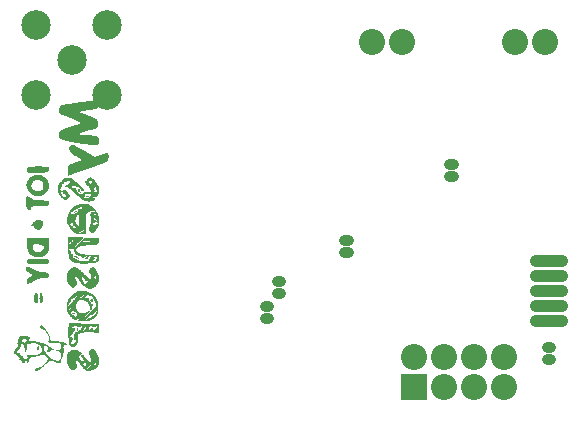
<source format=gbs>
G04 Layer: BottomSolderMaskLayer*
G04 EasyEDA v6.1.49, Sat, 25 May 2019 11:17:53 GMT*
G04 fc3d14014b1447b58ced6bada5ffd274,46bf6a40d4384fdb86bc8fc37bf60e4c,10*
G04 Gerber Generator version 0.2*
G04 Scale: 100 percent, Rotated: No, Reflected: No *
G04 Dimensions in millimeters *
G04 leading zeros omitted , absolute positions ,3 integer and 3 decimal *
%FSLAX33Y33*%
%MOMM*%
G90*
G71D02*

%ADD33C,2.203196*%
%ADD34C,0.903199*%
%ADD37C,2.503195*%
%ADD45C,1.003198*%

%LPD*%

%LPD*%
G36*
G01X2557Y16923D02*
G01X2529Y16927D01*
G01X2471Y16922D01*
G01X2427Y16909D01*
G01X2397Y16890D01*
G01X2379Y16864D01*
G01X2374Y16833D01*
G01X2381Y16799D01*
G01X2399Y16762D01*
G01X2429Y16724D01*
G01X2470Y16686D01*
G01X2521Y16649D01*
G01X2582Y16615D01*
G01X2653Y16584D01*
G01X2704Y16563D01*
G01X2753Y16538D01*
G01X2800Y16509D01*
G01X2844Y16477D01*
G01X2886Y16443D01*
G01X2926Y16405D01*
G01X2963Y16365D01*
G01X2997Y16323D01*
G01X3028Y16279D01*
G01X3056Y16232D01*
G01X3081Y16184D01*
G01X3103Y16134D01*
G01X3121Y16083D01*
G01X3136Y16031D01*
G01X3148Y15978D01*
G01X3155Y15924D01*
G01X3159Y15870D01*
G01X3159Y15816D01*
G01X3155Y15761D01*
G01X3147Y15707D01*
G01X3136Y15647D01*
G01X3130Y15596D01*
G01X3130Y15554D01*
G01X3139Y15520D01*
G01X3156Y15493D01*
G01X3183Y15472D01*
G01X3223Y15457D01*
G01X3276Y15445D01*
G01X3344Y15438D01*
G01X3429Y15434D01*
G01X3531Y15432D01*
G01X3653Y15432D01*
G01X3773Y15431D01*
G01X3875Y15429D01*
G01X3960Y15425D01*
G01X4029Y15417D01*
G01X4085Y15405D01*
G01X4128Y15389D01*
G01X4160Y15366D01*
G01X4183Y15338D01*
G01X4198Y15302D01*
G01X4207Y15258D01*
G01X4211Y15206D01*
G01X4212Y15144D01*
G01X4209Y15069D01*
G01X4199Y15007D01*
G01X4183Y14956D01*
G01X4157Y14917D01*
G01X4122Y14888D01*
G01X4077Y14867D01*
G01X4021Y14855D01*
G01X3953Y14850D01*
G01X3695Y14842D01*
G01X3953Y14738D01*
G01X3998Y14717D01*
G01X4038Y14691D01*
G01X4074Y14661D01*
G01X4105Y14627D01*
G01X4132Y14589D01*
G01X4155Y14550D01*
G01X4173Y14508D01*
G01X4188Y14463D01*
G01X4198Y14419D01*
G01X4204Y14373D01*
G01X4206Y14327D01*
G01X4204Y14281D01*
G01X4198Y14236D01*
G01X4188Y14193D01*
G01X4174Y14151D01*
G01X4157Y14111D01*
G01X4135Y14074D01*
G01X4110Y14041D01*
G01X4081Y14011D01*
G01X4049Y13986D01*
G01X4013Y13965D01*
G01X3973Y13950D01*
G01X3930Y13941D01*
G01X3884Y13937D01*
G01X3838Y13941D01*
G01X3787Y13950D01*
G01X3732Y13965D01*
G01X3675Y13984D01*
G01X3615Y14009D01*
G01X3553Y14037D01*
G01X3491Y14069D01*
G01X3428Y14103D01*
G01X3367Y14140D01*
G01X3306Y14179D01*
G01X3248Y14220D01*
G01X3193Y14262D01*
G01X3142Y14303D01*
G01X3094Y14346D01*
G01X3053Y14387D01*
G01X3017Y14427D01*
G01X2987Y14466D01*
G01X2965Y14503D01*
G01X2952Y14537D01*
G01X2947Y14568D01*
G01X2938Y14635D01*
G01X2914Y14691D01*
G01X2877Y14728D01*
G01X2833Y14742D01*
G01X2791Y14764D01*
G01X2760Y14824D01*
G01X2743Y14912D01*
G01X2743Y15020D01*
G01X2751Y15098D01*
G01X2763Y15158D01*
G01X2779Y15200D01*
G01X2801Y15226D01*
G01X2831Y15236D01*
G01X2869Y15232D01*
G01X2918Y15215D01*
G01X2979Y15185D01*
G01X3033Y15153D01*
G01X3075Y15123D01*
G01X3103Y15093D01*
G01X3119Y15062D01*
G01X3123Y15030D01*
G01X3115Y14996D01*
G01X3095Y14958D01*
G01X3064Y14917D01*
G01X3012Y14840D01*
G01X2996Y14777D01*
G01X3018Y14724D01*
G01X3079Y14674D01*
G01X3138Y14650D01*
G01X3193Y14651D01*
G01X3238Y14675D01*
G01X3266Y14722D01*
G01X3299Y14775D01*
G01X3355Y14820D01*
G01X3425Y14852D01*
G01X3503Y14866D01*
G01X3585Y14873D01*
G01X3617Y14887D01*
G01X3600Y14908D01*
G01X3535Y14938D01*
G01X3498Y14955D01*
G01X3456Y14977D01*
G01X3409Y15004D01*
G01X3360Y15036D01*
G01X3310Y15070D01*
G01X3260Y15107D01*
G01X3211Y15144D01*
G01X3166Y15181D01*
G01X3136Y15205D01*
G01X3099Y15229D01*
G01X3058Y15252D01*
G01X3011Y15277D01*
G01X2960Y15301D01*
G01X2905Y15326D01*
G01X2845Y15350D01*
G01X2784Y15374D01*
G01X2718Y15398D01*
G01X2651Y15422D01*
G01X2582Y15444D01*
G01X2512Y15466D01*
G01X2441Y15487D01*
G01X2369Y15507D01*
G01X2298Y15526D01*
G01X2227Y15543D01*
G01X2158Y15560D01*
G01X2090Y15574D01*
G01X2023Y15588D01*
G01X1960Y15599D01*
G01X1899Y15608D01*
G01X1841Y15615D01*
G01X1787Y15620D01*
G01X1739Y15623D01*
G01X1694Y15623D01*
G01X1655Y15621D01*
G01X1621Y15616D01*
G01X1594Y15608D01*
G01X1526Y15594D01*
G01X1490Y15615D01*
G01X1485Y15676D01*
G01X1510Y15778D01*
G01X1527Y15841D01*
G01X1534Y15892D01*
G01X1530Y15933D01*
G01X1513Y15963D01*
G01X1483Y15984D01*
G01X1437Y15998D01*
G01X1375Y16005D01*
G01X1297Y16007D01*
G01X1236Y16008D01*
G01X1173Y16012D01*
G01X1110Y16017D01*
G01X1048Y16025D01*
G01X989Y16034D01*
G01X935Y16045D01*
G01X888Y16057D01*
G01X850Y16069D01*
G01X810Y16077D01*
G01X771Y16071D01*
G01X734Y16050D01*
G01X698Y16015D01*
G01X663Y15965D01*
G01X629Y15899D01*
G01X596Y15819D01*
G01X564Y15724D01*
G01X534Y15620D01*
G01X512Y15534D01*
G01X500Y15464D01*
G01X496Y15408D01*
G01X501Y15367D01*
G01X515Y15338D01*
G01X537Y15322D01*
G01X569Y15317D01*
G01X589Y15312D01*
G01X599Y15297D01*
G01X597Y15273D01*
G01X585Y15242D01*
G01X563Y15204D01*
G01X532Y15160D01*
G01X491Y15113D01*
G01X443Y15061D01*
G01X385Y15002D01*
G01X335Y14947D01*
G01X294Y14895D01*
G01X260Y14846D01*
G01X233Y14800D01*
G01X215Y14758D01*
G01X204Y14717D01*
G01X202Y14678D01*
G01X207Y14641D01*
G01X220Y14605D01*
G01X241Y14571D01*
G01X270Y14537D01*
G01X307Y14503D01*
G01X352Y14470D01*
G01X405Y14436D01*
G01X466Y14402D01*
G01X527Y14365D01*
G01X580Y14327D01*
G01X622Y14287D01*
G01X654Y14246D01*
G01X675Y14204D01*
G01X686Y14161D01*
G01X686Y14119D01*
G01X676Y14076D01*
G01X655Y14005D01*
G01X660Y13965D01*
G01X689Y13957D01*
G01X743Y13982D01*
G01X798Y14004D01*
G01X840Y13993D01*
G01X867Y13953D01*
G01X877Y13886D01*
G01X885Y13814D01*
G01X907Y13761D01*
G01X939Y13726D01*
G01X979Y13712D01*
G01X1022Y13717D01*
G01X1065Y13742D01*
G01X1106Y13788D01*
G01X1140Y13855D01*
G01X1150Y13904D01*
G01X1150Y13958D01*
G01X1138Y14016D01*
G01X1117Y14076D01*
G01X1089Y14136D01*
G01X1053Y14194D01*
G01X1012Y14248D01*
G01X967Y14296D01*
G01X920Y14337D01*
G01X870Y14369D01*
G01X820Y14390D01*
G01X771Y14397D01*
G01X724Y14406D01*
G01X695Y14430D01*
G01X688Y14467D01*
G01X705Y14512D01*
G01X716Y14556D01*
G01X696Y14593D01*
G01X648Y14618D01*
G01X576Y14627D01*
G01X520Y14629D01*
G01X480Y14636D01*
G01X458Y14650D01*
G01X455Y14673D01*
G01X470Y14707D01*
G01X503Y14754D01*
G01X556Y14815D01*
G01X628Y14894D01*
G01X677Y14950D01*
G01X720Y15004D01*
G01X755Y15057D01*
G01X783Y15106D01*
G01X802Y15150D01*
G01X812Y15188D01*
G01X812Y15218D01*
G01X802Y15239D01*
G01X787Y15269D01*
G01X803Y15294D01*
G01X847Y15311D01*
G01X916Y15317D01*
G01X963Y15312D01*
G01X1004Y15297D01*
G01X1037Y15271D01*
G01X1063Y15234D01*
G01X1083Y15184D01*
G01X1097Y15121D01*
G01X1105Y15044D01*
G01X1107Y14953D01*
G01X1109Y14882D01*
G01X1114Y14818D01*
G01X1122Y14764D01*
G01X1133Y14721D01*
G01X1145Y14690D01*
G01X1160Y14670D01*
G01X1176Y14666D01*
G01X1193Y14675D01*
G01X1211Y14699D01*
G01X1227Y14733D01*
G01X1242Y14776D01*
G01X1254Y14827D01*
G01X1265Y14883D01*
G01X1273Y14942D01*
G01X1278Y15005D01*
G01X1280Y15068D01*
G01X1281Y15131D01*
G01X1285Y15186D01*
G01X1294Y15232D01*
G01X1307Y15271D01*
G01X1327Y15303D01*
G01X1353Y15330D01*
G01X1389Y15351D01*
G01X1433Y15368D01*
G01X1487Y15382D01*
G01X1553Y15393D01*
G01X1631Y15402D01*
G01X1722Y15411D01*
G01X1795Y15415D01*
G01X1865Y15416D01*
G01X1931Y15414D01*
G01X1994Y15409D01*
G01X2053Y15401D01*
G01X2109Y15389D01*
G01X2163Y15374D01*
G01X2213Y15356D01*
G01X2260Y15334D01*
G01X2304Y15309D01*
G01X2345Y15281D01*
G01X2384Y15249D01*
G01X2426Y15209D01*
G01X2463Y15168D01*
G01X2495Y15127D01*
G01X2523Y15086D01*
G01X2546Y15046D01*
G01X2564Y15005D01*
G01X2578Y14966D01*
G01X2587Y14927D01*
G01X2593Y14888D01*
G01X2593Y14850D01*
G01X2590Y14813D01*
G01X2582Y14777D01*
G01X2571Y14742D01*
G01X2555Y14708D01*
G01X2537Y14675D01*
G01X2514Y14644D01*
G01X2487Y14615D01*
G01X2457Y14587D01*
G01X2424Y14560D01*
G01X2387Y14536D01*
G01X2347Y14514D01*
G01X2303Y14493D01*
G01X2257Y14475D01*
G01X2208Y14459D01*
G01X2156Y14446D01*
G01X2101Y14435D01*
G01X2043Y14426D01*
G01X1982Y14421D01*
G01X1919Y14418D01*
G01X1854Y14418D01*
G01X1786Y14422D01*
G01X1716Y14428D01*
G01X1620Y14438D01*
G01X1537Y14446D01*
G01X1468Y14450D01*
G01X1412Y14451D01*
G01X1368Y14449D01*
G01X1336Y14444D01*
G01X1314Y14434D01*
G01X1303Y14421D01*
G01X1302Y14404D01*
G01X1309Y14382D01*
G01X1325Y14356D01*
G01X1349Y14326D01*
G01X1397Y14258D01*
G01X1415Y14208D01*
G01X1403Y14177D01*
G01X1362Y14167D01*
G01X1317Y14154D01*
G01X1285Y14117D01*
G01X1267Y14063D01*
G01X1268Y13998D01*
G01X1280Y13928D01*
G01X1295Y13871D01*
G01X1312Y13826D01*
G01X1330Y13794D01*
G01X1350Y13775D01*
G01X1371Y13767D01*
G01X1393Y13773D01*
G01X1415Y13791D01*
G01X1437Y13821D01*
G01X1458Y13865D01*
G01X1478Y13920D01*
G01X1498Y13989D01*
G01X1521Y14064D01*
G01X1548Y14127D01*
G01X1581Y14177D01*
G01X1620Y14217D01*
G01X1667Y14247D01*
G01X1723Y14267D01*
G01X1788Y14278D01*
G01X1865Y14282D01*
G01X1928Y14284D01*
G01X1996Y14291D01*
G01X2066Y14302D01*
G01X2136Y14317D01*
G01X2204Y14334D01*
G01X2269Y14354D01*
G01X2327Y14376D01*
G01X2377Y14399D01*
G01X2424Y14420D01*
G01X2476Y14433D01*
G01X2530Y14440D01*
G01X2586Y14440D01*
G01X2643Y14434D01*
G01X2700Y14423D01*
G01X2756Y14406D01*
G01X2810Y14385D01*
G01X2861Y14360D01*
G01X2909Y14330D01*
G01X2952Y14298D01*
G01X2989Y14262D01*
G01X3020Y14224D01*
G01X3043Y14183D01*
G01X3057Y14141D01*
G01X3062Y14097D01*
G01X3059Y14057D01*
G01X3049Y14013D01*
G01X3032Y13968D01*
G01X3010Y13921D01*
G01X2983Y13873D01*
G01X2951Y13824D01*
G01X2916Y13775D01*
G01X2876Y13726D01*
G01X2834Y13679D01*
G01X2789Y13632D01*
G01X2742Y13588D01*
G01X2694Y13546D01*
G01X2644Y13507D01*
G01X2595Y13472D01*
G01X2545Y13440D01*
G01X2496Y13413D01*
G01X2449Y13392D01*
G01X2403Y13375D01*
G01X2359Y13365D01*
G01X2319Y13362D01*
G01X2264Y13359D01*
G01X2210Y13350D01*
G01X2160Y13336D01*
G01X2113Y13317D01*
G01X2071Y13294D01*
G01X2037Y13268D01*
G01X2010Y13239D01*
G01X1993Y13209D01*
G01X1980Y13171D01*
G01X1974Y13139D01*
G01X1972Y13111D01*
G01X1976Y13089D01*
G01X1985Y13072D01*
G01X1999Y13059D01*
G01X2017Y13051D01*
G01X2040Y13048D01*
G01X2067Y13049D01*
G01X2097Y13054D01*
G01X2131Y13064D01*
G01X2168Y13078D01*
G01X2208Y13096D01*
G01X2252Y13118D01*
G01X2297Y13145D01*
G01X2345Y13174D01*
G01X2395Y13208D01*
G01X2447Y13245D01*
G01X2501Y13285D01*
G01X2555Y13330D01*
G01X2611Y13377D01*
G01X2668Y13427D01*
G01X2726Y13481D01*
G01X2784Y13537D01*
G01X2940Y13693D01*
G01X3007Y13755D01*
G01X3065Y13809D01*
G01X3117Y13852D01*
G01X3165Y13888D01*
G01X3209Y13915D01*
G01X3251Y13934D01*
G01X3292Y13946D01*
G01X3332Y13951D01*
G01X3373Y13950D01*
G01X3417Y13943D01*
G01X3464Y13930D01*
G01X3516Y13912D01*
G01X3573Y13890D01*
G01X3637Y13863D01*
G01X3716Y13832D01*
G01X3796Y13803D01*
G01X3877Y13778D01*
G01X3955Y13755D01*
G01X4028Y13738D01*
G01X4094Y13725D01*
G01X4151Y13717D01*
G01X4197Y13716D01*
G01X4265Y13724D01*
G01X4296Y13738D01*
G01X4289Y13758D01*
G01X4242Y13782D01*
G01X4207Y13802D01*
G01X4184Y13827D01*
G01X4171Y13860D01*
G01X4170Y13903D01*
G01X4180Y13955D01*
G01X4202Y14020D01*
G01X4236Y14098D01*
G01X4282Y14191D01*
G01X4307Y14243D01*
G01X4329Y14299D01*
G01X4350Y14359D01*
G01X4368Y14422D01*
G01X4384Y14487D01*
G01X4398Y14554D01*
G01X4409Y14621D01*
G01X4417Y14687D01*
G01X4422Y14753D01*
G01X4424Y14816D01*
G01X4423Y14876D01*
G01X4418Y14933D01*
G01X4409Y15031D01*
G01X4405Y15112D01*
G01X4408Y15176D01*
G01X4417Y15223D01*
G01X4432Y15255D01*
G01X4455Y15273D01*
G01X4485Y15276D01*
G01X4522Y15267D01*
G01X4580Y15252D01*
G01X4628Y15256D01*
G01X4661Y15277D01*
G01X4672Y15313D01*
G01X4667Y15340D01*
G01X4653Y15366D01*
G01X4629Y15391D01*
G01X4597Y15415D01*
G01X4557Y15438D01*
G01X4509Y15460D01*
G01X4454Y15481D01*
G01X4393Y15500D01*
G01X4326Y15517D01*
G01X4253Y15532D01*
G01X4175Y15546D01*
G01X4092Y15557D01*
G01X4006Y15566D01*
G01X3916Y15573D01*
G01X3823Y15577D01*
G01X3727Y15578D01*
G01X3643Y15579D01*
G01X3569Y15582D01*
G01X3506Y15588D01*
G01X3453Y15596D01*
G01X3409Y15607D01*
G01X3374Y15623D01*
G01X3346Y15642D01*
G01X3325Y15666D01*
G01X3309Y15695D01*
G01X3299Y15729D01*
G01X3294Y15769D01*
G01X3292Y15815D01*
G01X3289Y15855D01*
G01X3281Y15901D01*
G01X3268Y15949D01*
G01X3250Y16002D01*
G01X3228Y16058D01*
G01X3202Y16116D01*
G01X3173Y16176D01*
G01X3140Y16237D01*
G01X3106Y16299D01*
G01X3068Y16362D01*
G01X3029Y16423D01*
G01X2988Y16484D01*
G01X2947Y16543D01*
G01X2904Y16600D01*
G01X2862Y16654D01*
G01X2819Y16706D01*
G01X2777Y16753D01*
G01X2736Y16796D01*
G01X2696Y16833D01*
G01X2658Y16865D01*
G01X2621Y16892D01*
G01X2587Y16911D01*
G01X2557Y16923D01*
G37*

%LPC*%
G36*
G01X1197Y15766D02*
G01X1094Y15777D01*
G01X1040Y15772D01*
G01X994Y15759D01*
G01X958Y15739D01*
G01X932Y15713D01*
G01X915Y15682D01*
G01X907Y15649D01*
G01X910Y15614D01*
G01X922Y15579D01*
G01X944Y15544D01*
G01X977Y15513D01*
G01X1019Y15486D01*
G01X1072Y15463D01*
G01X1124Y15461D01*
G01X1178Y15486D01*
G01X1226Y15534D01*
G01X1262Y15599D01*
G01X1279Y15680D01*
G01X1258Y15735D01*
G01X1197Y15766D01*
G37*

%LPD*%
G36*
G01X6904Y14937D02*
G01X6861Y14950D01*
G01X6820Y14946D01*
G01X6778Y14927D01*
G01X6733Y14894D01*
G01X6681Y14845D01*
G01X6636Y14795D01*
G01X6602Y14746D01*
G01X6581Y14695D01*
G01X6572Y14639D01*
G01X6574Y14576D01*
G01X6588Y14503D01*
G01X6614Y14415D01*
G01X6651Y14312D01*
G01X6676Y14243D01*
G01X6695Y14179D01*
G01X6710Y14121D01*
G01X6720Y14067D01*
G01X6725Y14019D01*
G01X6727Y13977D01*
G01X6724Y13940D01*
G01X6717Y13909D01*
G01X6706Y13884D01*
G01X6692Y13866D01*
G01X6674Y13853D01*
G01X6653Y13847D01*
G01X6629Y13848D01*
G01X6602Y13856D01*
G01X6572Y13870D01*
G01X6539Y13892D01*
G01X6504Y13920D01*
G01X6466Y13956D01*
G01X6426Y14001D01*
G01X6384Y14052D01*
G01X6311Y14144D01*
G01X6243Y14229D01*
G01X6178Y14308D01*
G01X6117Y14380D01*
G01X6059Y14446D01*
G01X6003Y14507D01*
G01X5950Y14561D01*
G01X5899Y14610D01*
G01X5850Y14654D01*
G01X5803Y14693D01*
G01X5757Y14727D01*
G01X5713Y14757D01*
G01X5668Y14782D01*
G01X5625Y14803D01*
G01X5582Y14821D01*
G01X5538Y14834D01*
G01X5495Y14844D01*
G01X5450Y14852D01*
G01X5405Y14856D01*
G01X5359Y14857D01*
G01X5289Y14853D01*
G01X5218Y14842D01*
G01X5146Y14826D01*
G01X5076Y14804D01*
G01X5010Y14777D01*
G01X4949Y14746D01*
G01X4896Y14712D01*
G01X4853Y14676D01*
G01X4820Y14640D01*
G01X4791Y14599D01*
G01X4765Y14553D01*
G01X4742Y14505D01*
G01X4724Y14453D01*
G01X4708Y14397D01*
G01X4696Y14340D01*
G01X4687Y14279D01*
G01X4681Y14217D01*
G01X4679Y14152D01*
G01X4681Y14086D01*
G01X4685Y14018D01*
G01X4694Y13950D01*
G01X4706Y13881D01*
G01X4721Y13812D01*
G01X4739Y13743D01*
G01X4761Y13674D01*
G01X4787Y13605D01*
G01X4816Y13537D01*
G01X4848Y13471D01*
G01X4884Y13405D01*
G01X4921Y13345D01*
G01X4959Y13294D01*
G01X4997Y13250D01*
G01X5035Y13213D01*
G01X5075Y13184D01*
G01X5114Y13162D01*
G01X5153Y13148D01*
G01X5193Y13142D01*
G01X5234Y13143D01*
G01X5274Y13151D01*
G01X5315Y13168D01*
G01X5356Y13191D01*
G01X5397Y13222D01*
G01X5438Y13262D01*
G01X5480Y13308D01*
G01X5517Y13357D01*
G01X5543Y13406D01*
G01X5560Y13455D01*
G01X5567Y13507D01*
G01X5564Y13562D01*
G01X5552Y13623D01*
G01X5529Y13691D01*
G01X5497Y13768D01*
G01X5470Y13830D01*
G01X5449Y13884D01*
G01X5434Y13930D01*
G01X5425Y13968D01*
G01X5422Y13999D01*
G01X5424Y14021D01*
G01X5431Y14036D01*
G01X5442Y14044D01*
G01X5458Y14045D01*
G01X5478Y14038D01*
G01X5503Y14024D01*
G01X5531Y14003D01*
G01X5562Y13976D01*
G01X5597Y13942D01*
G01X5635Y13901D01*
G01X5676Y13853D01*
G01X5719Y13799D01*
G01X5764Y13740D01*
G01X5811Y13673D01*
G01X5860Y13601D01*
G01X5903Y13539D01*
G01X5947Y13479D01*
G01X5994Y13420D01*
G01X6042Y13364D01*
G01X6091Y13310D01*
G01X6139Y13261D01*
G01X6187Y13216D01*
G01X6233Y13175D01*
G01X6278Y13141D01*
G01X6319Y13112D01*
G01X6357Y13090D01*
G01X6391Y13076D01*
G01X6437Y13066D01*
G01X6486Y13061D01*
G01X6539Y13063D01*
G01X6595Y13070D01*
G01X6653Y13082D01*
G01X6714Y13098D01*
G01X6775Y13119D01*
G01X6837Y13144D01*
G01X6899Y13173D01*
G01X6960Y13205D01*
G01X7019Y13239D01*
G01X7077Y13277D01*
G01X7131Y13316D01*
G01X7183Y13358D01*
G01X7230Y13401D01*
G01X7273Y13445D01*
G01X7311Y13490D01*
G01X7342Y13536D01*
G01X7368Y13582D01*
G01X7386Y13627D01*
G01X7400Y13680D01*
G01X7410Y13735D01*
G01X7416Y13795D01*
G01X7420Y13857D01*
G01X7419Y13921D01*
G01X7415Y13987D01*
G01X7408Y14053D01*
G01X7398Y14121D01*
G01X7385Y14189D01*
G01X7369Y14256D01*
G01X7350Y14323D01*
G01X7329Y14388D01*
G01X7305Y14452D01*
G01X7279Y14513D01*
G01X7251Y14571D01*
G01X7221Y14627D01*
G01X7188Y14678D01*
G01X7154Y14725D01*
G01X7119Y14767D01*
G01X7081Y14805D01*
G01X7012Y14865D01*
G01X6954Y14909D01*
G01X6904Y14937D01*
G37*

%LPC*%
G36*
G01X6254Y13774D02*
G01X6205Y13776D01*
G01X6157Y13758D01*
G01X6121Y13724D01*
G01X6100Y13679D01*
G01X6098Y13630D01*
G01X6116Y13582D01*
G01X6151Y13545D01*
G01X6195Y13525D01*
G01X6245Y13523D01*
G01X6292Y13540D01*
G01X6329Y13575D01*
G01X6349Y13620D01*
G01X6351Y13669D01*
G01X6333Y13717D01*
G01X6299Y13754D01*
G01X6254Y13774D01*
G37*
G36*
G01X7136Y13747D02*
G01X7105Y13763D01*
G01X7068Y13753D01*
G01X7031Y13726D01*
G01X7000Y13698D01*
G01X6980Y13671D01*
G01X6972Y13649D01*
G01X6980Y13628D01*
G01X7000Y13601D01*
G01X7031Y13573D01*
G01X7068Y13546D01*
G01X7105Y13536D01*
G01X7136Y13552D01*
G01X7156Y13591D01*
G01X7164Y13649D01*
G01X7156Y13708D01*
G01X7136Y13747D01*
G37*
G36*
G01X5931Y14484D02*
G01X5930Y14499D01*
G01X5906Y14494D01*
G01X5861Y14473D01*
G01X5814Y14437D01*
G01X5780Y14391D01*
G01X5760Y14336D01*
G01X5753Y14274D01*
G01X5760Y14205D01*
G01X5781Y14129D01*
G01X5815Y14049D01*
G01X5862Y13964D01*
G01X5907Y13913D01*
G01X5960Y13882D01*
G01X6016Y13873D01*
G01X6068Y13889D01*
G01X6102Y13932D01*
G01X6102Y13995D01*
G01X6068Y14071D01*
G01X5939Y14243D01*
G01X5900Y14327D01*
G01X5889Y14400D01*
G01X5908Y14453D01*
G01X5931Y14484D01*
G37*
G36*
G01X6739Y13580D02*
G01X6742Y13592D01*
G01X6730Y13589D01*
G01X6702Y13571D01*
G01X6659Y13538D01*
G01X6599Y13492D01*
G01X6533Y13438D01*
G01X6480Y13390D01*
G01X6440Y13348D01*
G01X6412Y13313D01*
G01X6398Y13285D01*
G01X6398Y13264D01*
G01X6412Y13251D01*
G01X6441Y13247D01*
G01X6470Y13263D01*
G01X6518Y13306D01*
G01X6577Y13370D01*
G01X6642Y13448D01*
G01X6689Y13508D01*
G01X6721Y13552D01*
G01X6739Y13580D01*
G37*

%LPD*%
G36*
G01X2308Y15188D02*
G01X2264Y15202D01*
G01X2224Y15184D01*
G01X2193Y15137D01*
G01X2175Y15066D01*
G01X2173Y14980D01*
G01X2187Y14898D01*
G01X2212Y14839D01*
G01X2245Y14810D01*
G01X2281Y14814D01*
G01X2322Y14854D01*
G01X2351Y14908D01*
G01X2366Y14971D01*
G01X2369Y15037D01*
G01X2361Y15100D01*
G01X2340Y15152D01*
G01X2308Y15188D01*
G37*

%LPD*%
G36*
G01X5247Y17112D02*
G01X5125Y17112D01*
G01X5072Y17111D01*
G01X5026Y17110D01*
G01X4986Y17108D01*
G01X4952Y17106D01*
G01X4926Y17104D01*
G01X4907Y17100D01*
G01X4897Y17096D01*
G01X4886Y17085D01*
G01X4876Y17066D01*
G01X4867Y17040D01*
G01X4859Y17007D01*
G01X4851Y16967D01*
G01X4844Y16922D01*
G01X4838Y16871D01*
G01X4833Y16815D01*
G01X4828Y16755D01*
G01X4824Y16691D01*
G01X4821Y16624D01*
G01X4819Y16553D01*
G01X4818Y16481D01*
G01X4817Y16406D01*
G01X4817Y16252D01*
G01X4819Y16174D01*
G01X4820Y16097D01*
G01X4823Y16020D01*
G01X4827Y15944D01*
G01X4831Y15869D01*
G01X4835Y15796D01*
G01X4841Y15726D01*
G01X4847Y15659D01*
G01X4854Y15595D01*
G01X4861Y15536D01*
G01X4869Y15480D01*
G01X4878Y15430D01*
G01X4887Y15385D01*
G01X4897Y15346D01*
G01X4908Y15314D01*
G01X4919Y15288D01*
G01X4973Y15210D01*
G01X5042Y15146D01*
G01X5116Y15103D01*
G01X5187Y15087D01*
G01X5231Y15092D01*
G01X5276Y15106D01*
G01X5319Y15129D01*
G01X5363Y15159D01*
G01X5405Y15196D01*
G01X5445Y15239D01*
G01X5484Y15286D01*
G01X5518Y15338D01*
G01X5550Y15392D01*
G01X5577Y15449D01*
G01X5599Y15507D01*
G01X5617Y15565D01*
G01X5628Y15623D01*
G01X5634Y15680D01*
G01X5632Y15734D01*
G01X5623Y15785D01*
G01X5612Y15837D01*
G01X5604Y15887D01*
G01X5600Y15934D01*
G01X5601Y15978D01*
G01X5606Y16019D01*
G01X5616Y16058D01*
G01X5631Y16094D01*
G01X5650Y16127D01*
G01X5673Y16158D01*
G01X5701Y16187D01*
G01X5734Y16212D01*
G01X5772Y16235D01*
G01X5815Y16256D01*
G01X5862Y16275D01*
G01X5915Y16291D01*
G01X5972Y16304D01*
G01X6035Y16316D01*
G01X6103Y16325D01*
G01X6175Y16332D01*
G01X6254Y16336D01*
G01X6337Y16338D01*
G01X6426Y16338D01*
G01X6520Y16336D01*
G01X6620Y16332D01*
G01X7375Y16294D01*
G01X7444Y17007D01*
G01X6211Y17077D01*
G01X6110Y17082D01*
G01X6011Y17087D01*
G01X5913Y17092D01*
G01X5818Y17096D01*
G01X5726Y17099D01*
G01X5636Y17103D01*
G01X5551Y17106D01*
G01X5468Y17108D01*
G01X5390Y17110D01*
G01X5316Y17111D01*
G01X5247Y17112D01*
G37*

%LPC*%
G36*
G01X6366Y16902D02*
G01X6367Y16917D01*
G01X6355Y16909D01*
G01X6329Y16881D01*
G01X6288Y16831D01*
G01X6231Y16761D01*
G01X6168Y16681D01*
G01X6120Y16616D01*
G01X6086Y16565D01*
G01X6065Y16526D01*
G01X6057Y16498D01*
G01X6062Y16480D01*
G01X6078Y16470D01*
G01X6106Y16467D01*
G01X6136Y16487D01*
G01X6180Y16543D01*
G01X6232Y16625D01*
G01X6285Y16726D01*
G01X6324Y16807D01*
G01X6351Y16866D01*
G01X6366Y16902D01*
G37*
G36*
G01X6050Y16916D02*
G01X6052Y16927D01*
G01X6041Y16925D01*
G01X6017Y16909D01*
G01X5979Y16882D01*
G01X5927Y16841D01*
G01X5849Y16793D01*
G01X5774Y16764D01*
G01X5710Y16759D01*
G01X5664Y16778D01*
G01X5624Y16812D01*
G01X5580Y16840D01*
G01X5533Y16859D01*
G01X5485Y16871D01*
G01X5435Y16876D01*
G01X5384Y16874D01*
G01X5333Y16865D01*
G01X5284Y16849D01*
G01X5236Y16826D01*
G01X5190Y16795D01*
G01X5147Y16759D01*
G01X5109Y16715D01*
G01X5066Y16660D01*
G01X5036Y16619D01*
G01X5020Y16593D01*
G01X5017Y16582D01*
G01X5029Y16584D01*
G01X5055Y16601D01*
G01X5095Y16631D01*
G01X5151Y16674D01*
G01X5206Y16713D01*
G01X5254Y16742D01*
G01X5295Y16760D01*
G01X5330Y16767D01*
G01X5357Y16766D01*
G01X5378Y16755D01*
G01X5391Y16736D01*
G01X5398Y16709D01*
G01X5397Y16675D01*
G01X5389Y16635D01*
G01X5374Y16588D01*
G01X5351Y16537D01*
G01X5321Y16480D01*
G01X5284Y16419D01*
G01X5239Y16355D01*
G01X5187Y16288D01*
G01X5116Y16200D01*
G01X5057Y16127D01*
G01X5009Y16066D01*
G01X4971Y16016D01*
G01X4944Y15977D01*
G01X4926Y15948D01*
G01X4917Y15926D01*
G01X4917Y15912D01*
G01X4924Y15904D01*
G01X4939Y15901D01*
G01X4961Y15902D01*
G01X4988Y15906D01*
G01X5058Y15913D01*
G01X5114Y15913D01*
G01X5157Y15905D01*
G01X5187Y15889D01*
G01X5204Y15866D01*
G01X5206Y15834D01*
G01X5196Y15795D01*
G01X5171Y15748D01*
G01X5131Y15680D01*
G01X5101Y15616D01*
G01X5079Y15557D01*
G01X5064Y15504D01*
G01X5057Y15456D01*
G01X5057Y15415D01*
G01X5064Y15382D01*
G01X5077Y15356D01*
G01X5096Y15338D01*
G01X5121Y15329D01*
G01X5151Y15330D01*
G01X5185Y15340D01*
G01X5224Y15360D01*
G01X5267Y15392D01*
G01X5313Y15434D01*
G01X5362Y15490D01*
G01X5409Y15556D01*
G01X5431Y15611D01*
G01X5426Y15648D01*
G01X5394Y15662D01*
G01X5372Y15666D01*
G01X5354Y15680D01*
G01X5339Y15703D01*
G01X5327Y15735D01*
G01X5319Y15779D01*
G01X5314Y15832D01*
G01X5312Y15896D01*
G01X5313Y15971D01*
G01X5318Y16057D01*
G01X5326Y16155D01*
G01X5337Y16265D01*
G01X5351Y16387D01*
G01X5364Y16418D01*
G01X5390Y16433D01*
G01X5427Y16432D01*
G01X5469Y16414D01*
G01X5517Y16398D01*
G01X5566Y16402D01*
G01X5613Y16426D01*
G01X5650Y16467D01*
G01X5689Y16507D01*
G01X5742Y16528D01*
G01X5801Y16528D01*
G01X5859Y16508D01*
G01X5905Y16485D01*
G01X5930Y16481D01*
G01X5932Y16494D01*
G01X5909Y16524D01*
G01X5887Y16575D01*
G01X5891Y16644D01*
G01X5918Y16723D01*
G01X5967Y16801D01*
G01X6007Y16854D01*
G01X6035Y16892D01*
G01X6050Y16916D01*
G37*
G36*
G01X7266Y16873D02*
G01X7265Y16883D01*
G01X7252Y16880D01*
G01X7228Y16866D01*
G01X7191Y16840D01*
G01X7114Y16791D01*
G01X7039Y16764D01*
G01X6975Y16758D01*
G01X6929Y16778D01*
G01X6886Y16816D01*
G01X6842Y16844D01*
G01X6799Y16864D01*
G01X6756Y16874D01*
G01X6715Y16875D01*
G01X6677Y16868D01*
G01X6642Y16852D01*
G01X6611Y16828D01*
G01X6585Y16796D01*
G01X6565Y16756D01*
G01X6550Y16709D01*
G01X6542Y16654D01*
G01X6538Y16582D01*
G01X6536Y16529D01*
G01X6539Y16496D01*
G01X6546Y16482D01*
G01X6559Y16487D01*
G01X6579Y16511D01*
G01X6606Y16553D01*
G01X6641Y16613D01*
G01X6694Y16687D01*
G01X6755Y16737D01*
G01X6814Y16759D01*
G01X6866Y16749D01*
G01X6903Y16714D01*
G01X6924Y16670D01*
G01X6927Y16621D01*
G01X6910Y16574D01*
G01X6885Y16530D01*
G01X6870Y16498D01*
G01X6865Y16477D01*
G01X6870Y16467D01*
G01X6883Y16467D01*
G01X6904Y16477D01*
G01X6932Y16497D01*
G01X6966Y16526D01*
G01X7007Y16563D01*
G01X7052Y16609D01*
G01X7102Y16663D01*
G01X7156Y16724D01*
G01X7200Y16777D01*
G01X7234Y16820D01*
G01X7255Y16852D01*
G01X7266Y16873D01*
G37*

%LPD*%
G36*
G01X5613Y16741D02*
G01X5575Y16751D01*
G01X5544Y16735D01*
G01X5523Y16695D01*
G01X5516Y16634D01*
G01X5517Y16570D01*
G01X5523Y16522D01*
G01X5532Y16490D01*
G01X5546Y16475D01*
G01X5563Y16476D01*
G01X5585Y16492D01*
G01X5613Y16525D01*
G01X5645Y16574D01*
G01X5663Y16620D01*
G01X5663Y16667D01*
G01X5646Y16709D01*
G01X5613Y16741D01*
G37*

%LPD*%
G36*
G01X6009Y19882D02*
G01X5946Y19883D01*
G01X5884Y19881D01*
G01X5824Y19876D01*
G01X5766Y19867D01*
G01X5721Y19857D01*
G01X5674Y19843D01*
G01X5626Y19825D01*
G01X5577Y19804D01*
G01X5527Y19779D01*
G01X5476Y19752D01*
G01X5425Y19722D01*
G01X5374Y19689D01*
G01X5323Y19654D01*
G01X5273Y19617D01*
G01X5223Y19578D01*
G01X5174Y19537D01*
G01X5126Y19495D01*
G01X5080Y19452D01*
G01X5035Y19407D01*
G01X4993Y19362D01*
G01X4953Y19316D01*
G01X4915Y19270D01*
G01X4880Y19223D01*
G01X4848Y19177D01*
G01X4818Y19131D01*
G01X4793Y19086D01*
G01X4771Y19041D01*
G01X4753Y18997D01*
G01X4732Y18933D01*
G01X4714Y18868D01*
G01X4700Y18802D01*
G01X4689Y18736D01*
G01X4681Y18669D01*
G01X4677Y18603D01*
G01X4677Y18536D01*
G01X4680Y18469D01*
G01X4686Y18403D01*
G01X4696Y18337D01*
G01X4709Y18272D01*
G01X4725Y18208D01*
G01X4744Y18144D01*
G01X4767Y18082D01*
G01X4793Y18021D01*
G01X4822Y17962D01*
G01X4855Y17904D01*
G01X4890Y17847D01*
G01X4928Y17793D01*
G01X4970Y17741D01*
G01X5032Y17669D01*
G01X5089Y17605D01*
G01X5142Y17552D01*
G01X5191Y17506D01*
G01X5238Y17469D01*
G01X5282Y17440D01*
G01X5326Y17420D01*
G01X5368Y17407D01*
G01X5410Y17403D01*
G01X5453Y17407D01*
G01X5497Y17418D01*
G01X5542Y17438D01*
G01X5590Y17464D01*
G01X5642Y17498D01*
G01X5696Y17540D01*
G01X5756Y17588D01*
G01X5810Y17634D01*
G01X5855Y17671D01*
G01X5890Y17700D01*
G01X5916Y17720D01*
G01X5931Y17730D01*
G01X5937Y17732D01*
G01X5934Y17723D01*
G01X5921Y17705D01*
G01X5899Y17677D01*
G01X5867Y17638D01*
G01X5826Y17590D01*
G01X5776Y17531D01*
G01X5557Y17272D01*
G01X6040Y17272D01*
G01X6119Y17273D01*
G01X6195Y17277D01*
G01X6270Y17284D01*
G01X6343Y17293D01*
G01X6414Y17305D01*
G01X6483Y17318D01*
G01X6550Y17335D01*
G01X6615Y17354D01*
G01X6677Y17375D01*
G01X6737Y17399D01*
G01X6795Y17425D01*
G01X6851Y17453D01*
G01X6903Y17483D01*
G01X6954Y17516D01*
G01X7001Y17550D01*
G01X7046Y17587D01*
G01X7088Y17626D01*
G01X7127Y17666D01*
G01X7163Y17709D01*
G01X7196Y17754D01*
G01X7226Y17800D01*
G01X7252Y17848D01*
G01X7276Y17899D01*
G01X7296Y17950D01*
G01X7312Y18002D01*
G01X7327Y18056D01*
G01X7339Y18111D01*
G01X7349Y18168D01*
G01X7357Y18226D01*
G01X7363Y18285D01*
G01X7366Y18345D01*
G01X7368Y18405D01*
G01X7367Y18466D01*
G01X7365Y18527D01*
G01X7360Y18589D01*
G01X7353Y18650D01*
G01X7345Y18712D01*
G01X7335Y18773D01*
G01X7322Y18833D01*
G01X7308Y18893D01*
G01X7292Y18952D01*
G01X7273Y19010D01*
G01X7253Y19066D01*
G01X7232Y19121D01*
G01X7208Y19174D01*
G01X7183Y19226D01*
G01X7155Y19275D01*
G01X7127Y19322D01*
G01X7095Y19367D01*
G01X7060Y19411D01*
G01X7020Y19453D01*
G01X6977Y19494D01*
G01X6930Y19534D01*
G01X6881Y19572D01*
G01X6828Y19608D01*
G01X6772Y19643D01*
G01X6714Y19676D01*
G01X6655Y19707D01*
G01X6594Y19735D01*
G01X6531Y19762D01*
G01X6467Y19786D01*
G01X6401Y19808D01*
G01X6336Y19827D01*
G01X6270Y19844D01*
G01X6204Y19858D01*
G01X6138Y19869D01*
G01X6073Y19877D01*
G01X6009Y19882D01*
G37*

%LPC*%
G36*
G01X5285Y18141D02*
G01X5203Y18155D01*
G01X5137Y18137D01*
G01X5102Y18109D01*
G01X5076Y18076D01*
G01X5059Y18040D01*
G01X5050Y18001D01*
G01X5050Y17963D01*
G01X5057Y17925D01*
G01X5072Y17891D01*
G01X5092Y17861D01*
G01X5119Y17837D01*
G01X5152Y17821D01*
G01X5190Y17814D01*
G01X5233Y17818D01*
G01X5283Y17818D01*
G01X5324Y17798D01*
G01X5352Y17760D01*
G01X5362Y17709D01*
G01X5369Y17649D01*
G01X5391Y17629D01*
G01X5434Y17649D01*
G01X5501Y17710D01*
G01X5536Y17749D01*
G01X5560Y17786D01*
G01X5572Y17822D01*
G01X5573Y17858D01*
G01X5561Y17896D01*
G01X5538Y17937D01*
G01X5502Y17983D01*
G01X5455Y18034D01*
G01X5372Y18099D01*
G01X5285Y18141D01*
G37*
G36*
G01X5555Y19428D02*
G01X5548Y19428D01*
G01X5531Y19418D01*
G01X5504Y19398D01*
G01X5469Y19368D01*
G01X5407Y19318D01*
G01X5346Y19275D01*
G01X5287Y19239D01*
G01X5232Y19211D01*
G01X5181Y19192D01*
G01X5137Y19184D01*
G01X5102Y19185D01*
G01X5077Y19197D01*
G01X5045Y19221D01*
G01X5030Y19220D01*
G01X5033Y19198D01*
G01X5055Y19154D01*
G01X5071Y19092D01*
G01X5057Y19020D01*
G01X5019Y18947D01*
G01X4958Y18881D01*
G01X4892Y18816D01*
G01X4837Y18745D01*
G01X4801Y18676D01*
G01X4787Y18618D01*
G01X4790Y18576D01*
G01X4796Y18548D01*
G01X4805Y18539D01*
G01X4816Y18548D01*
G01X4824Y18559D01*
G01X4840Y18580D01*
G01X4863Y18608D01*
G01X4893Y18644D01*
G01X4930Y18686D01*
G01X4971Y18734D01*
G01X5018Y18788D01*
G01X5069Y18846D01*
G01X5124Y18908D01*
G01X5182Y18974D01*
G01X5242Y19042D01*
G01X5305Y19112D01*
G01X5364Y19179D01*
G01X5416Y19239D01*
G01X5460Y19291D01*
G01X5496Y19336D01*
G01X5524Y19372D01*
G01X5542Y19399D01*
G01X5553Y19418D01*
G01X5555Y19428D01*
G37*
G36*
G01X7202Y18110D02*
G01X7184Y18130D01*
G01X7136Y18106D01*
G01X7064Y18043D01*
G01X6888Y17849D01*
G01X6815Y17785D01*
G01X6765Y17759D01*
G01X6746Y17779D01*
G01X6727Y17803D01*
G01X6676Y17791D01*
G01X6602Y17747D01*
G01X6512Y17675D01*
G01X6450Y17616D01*
G01X6398Y17563D01*
G01X6355Y17516D01*
G01X6322Y17475D01*
G01X6299Y17442D01*
G01X6287Y17418D01*
G01X6286Y17403D01*
G01X6296Y17398D01*
G01X6318Y17405D01*
G01X6351Y17424D01*
G01X6397Y17456D01*
G01X6455Y17502D01*
G01X6522Y17550D01*
G01X6577Y17576D01*
G01X6614Y17577D01*
G01X6627Y17554D01*
G01X6633Y17540D01*
G01X6650Y17539D01*
G01X6676Y17549D01*
G01X6712Y17568D01*
G01X6754Y17597D01*
G01X6803Y17634D01*
G01X6857Y17680D01*
G01X6915Y17732D01*
G01X6972Y17788D01*
G01X7026Y17845D01*
G01X7075Y17901D01*
G01X7118Y17954D01*
G01X7153Y18003D01*
G01X7180Y18046D01*
G01X7197Y18082D01*
G01X7202Y18110D01*
G37*
G36*
G01X6467Y19509D02*
G01X6431Y19510D01*
G01X6397Y19500D01*
G01X6362Y19479D01*
G01X6326Y19448D01*
G01X6287Y19405D01*
G01X6250Y19358D01*
G01X6225Y19321D01*
G01X6215Y19295D01*
G01X6220Y19277D01*
G01X6239Y19268D01*
G01X6276Y19267D01*
G01X6328Y19272D01*
G01X6397Y19284D01*
G01X6510Y19298D01*
G01X6577Y19284D01*
G01X6601Y19241D01*
G01X6585Y19168D01*
G01X6577Y19131D01*
G01X6579Y19091D01*
G01X6590Y19048D01*
G01X6609Y19003D01*
G01X6636Y18959D01*
G01X6670Y18916D01*
G01X6710Y18876D01*
G01X6756Y18839D01*
G01X6847Y18765D01*
G01X6896Y18698D01*
G01X6902Y18642D01*
G01X6864Y18599D01*
G01X6820Y18560D01*
G01X6793Y18515D01*
G01X6786Y18466D01*
G01X6814Y18378D01*
G01X6808Y18331D01*
G01X6785Y18286D01*
G01X6744Y18251D01*
G01X6698Y18243D01*
G01X6661Y18281D01*
G01X6636Y18357D01*
G01X6627Y18466D01*
G01X6625Y18512D01*
G01X6616Y18558D01*
G01X6604Y18605D01*
G01X6586Y18651D01*
G01X6564Y18696D01*
G01X6538Y18741D01*
G01X6508Y18784D01*
G01X6475Y18826D01*
G01X6438Y18866D01*
G01X6399Y18904D01*
G01X6357Y18939D01*
G01X6313Y18973D01*
G01X6267Y19003D01*
G01X6220Y19030D01*
G01X6171Y19054D01*
G01X6121Y19074D01*
G01X6071Y19090D01*
G01X6020Y19102D01*
G01X5969Y19110D01*
G01X5918Y19112D01*
G01X5866Y19109D01*
G01X5817Y19100D01*
G01X5771Y19086D01*
G01X5727Y19067D01*
G01X5687Y19043D01*
G01X5650Y19015D01*
G01X5617Y18983D01*
G01X5586Y18947D01*
G01X5559Y18908D01*
G01X5535Y18866D01*
G01X5514Y18822D01*
G01X5497Y18775D01*
G01X5484Y18727D01*
G01X5474Y18677D01*
G01X5468Y18626D01*
G01X5465Y18574D01*
G01X5466Y18522D01*
G01X5471Y18470D01*
G01X5480Y18418D01*
G01X5493Y18367D01*
G01X5510Y18318D01*
G01X5531Y18269D01*
G01X5556Y18222D01*
G01X5585Y18177D01*
G01X5618Y18135D01*
G01X5656Y18096D01*
G01X5698Y18060D01*
G01X5744Y18027D01*
G01X5795Y18001D01*
G01X5850Y17982D01*
G01X5909Y17972D01*
G01X5974Y17970D01*
G01X6045Y17977D01*
G01X6122Y17992D01*
G01X6206Y18016D01*
G01X6298Y18047D01*
G01X6665Y18186D01*
G01X6330Y17815D01*
G01X6286Y17765D01*
G01X6248Y17722D01*
G01X6217Y17686D01*
G01X6193Y17658D01*
G01X6177Y17637D01*
G01X6169Y17623D01*
G01X6168Y17617D01*
G01X6174Y17619D01*
G01X6188Y17628D01*
G01X6210Y17644D01*
G01X6240Y17668D01*
G01X6278Y17700D01*
G01X6324Y17740D01*
G01X6378Y17787D01*
G01X6440Y17842D01*
G01X6510Y17904D01*
G01X6603Y17987D01*
G01X6686Y18063D01*
G01X6762Y18132D01*
G01X6829Y18194D01*
G01X6889Y18251D01*
G01X6941Y18302D01*
G01X6987Y18349D01*
G01X7026Y18391D01*
G01X7060Y18430D01*
G01X7087Y18466D01*
G01X7110Y18500D01*
G01X7127Y18532D01*
G01X7140Y18562D01*
G01X7149Y18592D01*
G01X7154Y18621D01*
G01X7157Y18651D01*
G01X7156Y18682D01*
G01X7153Y18714D01*
G01X7148Y18749D01*
G01X7141Y18786D01*
G01X7129Y18832D01*
G01X7111Y18885D01*
G01X7088Y18942D01*
G01X7060Y19002D01*
G01X7029Y19064D01*
G01X6995Y19126D01*
G01X6961Y19186D01*
G01X6925Y19244D01*
G01X6890Y19297D01*
G01X6857Y19343D01*
G01X6826Y19382D01*
G01X6798Y19412D01*
G01X6775Y19432D01*
G01X6758Y19439D01*
G01X6746Y19433D01*
G01X6742Y19411D01*
G01X6730Y19383D01*
G01X6696Y19380D01*
G01X6646Y19401D01*
G01X6585Y19444D01*
G01X6542Y19476D01*
G01X6503Y19498D01*
G01X6467Y19509D01*
G37*
G36*
G01X5129Y18525D02*
G01X5132Y18537D01*
G01X5120Y18534D01*
G01X5092Y18516D01*
G01X5049Y18483D01*
G01X4988Y18437D01*
G01X4923Y18383D01*
G01X4870Y18335D01*
G01X4829Y18293D01*
G01X4802Y18258D01*
G01X4789Y18230D01*
G01X4789Y18209D01*
G01X4802Y18196D01*
G01X4831Y18192D01*
G01X4860Y18208D01*
G01X4907Y18251D01*
G01X4967Y18315D01*
G01X5032Y18393D01*
G01X5079Y18453D01*
G01X5111Y18497D01*
G01X5129Y18525D01*
G37*
G36*
G01X6164Y19560D02*
G01X6167Y19572D01*
G01X6155Y19569D01*
G01X6127Y19551D01*
G01X6083Y19518D01*
G01X6024Y19471D01*
G01X5958Y19418D01*
G01X5905Y19370D01*
G01X5865Y19328D01*
G01X5837Y19293D01*
G01X5823Y19265D01*
G01X5823Y19244D01*
G01X5838Y19231D01*
G01X5866Y19227D01*
G01X5895Y19243D01*
G01X5943Y19286D01*
G01X6002Y19350D01*
G01X6067Y19428D01*
G01X6113Y19488D01*
G01X6146Y19532D01*
G01X6164Y19560D01*
G37*

%LPD*%
G36*
G01X5333Y18033D02*
G01X5285Y18033D01*
G01X5239Y18014D01*
G01X5191Y17982D01*
G01X5158Y17955D01*
G01X5141Y17933D01*
G01X5140Y17915D01*
G01X5156Y17902D01*
G01X5187Y17892D01*
G01X5235Y17887D01*
G01X5300Y17885D01*
G01X5360Y17893D01*
G01X5400Y17914D01*
G01X5417Y17945D01*
G01X5407Y17983D01*
G01X5375Y18015D01*
G01X5333Y18033D01*
G37*

%LPD*%
G36*
G01X2516Y19658D02*
G01X2481Y19663D01*
G01X2451Y19652D01*
G01X2427Y19624D01*
G01X2407Y19580D01*
G01X2391Y19518D01*
G01X2381Y19439D01*
G01X2374Y19342D01*
G01X2372Y19227D01*
G01X2374Y19112D01*
G01X2381Y19015D01*
G01X2391Y18936D01*
G01X2407Y18874D01*
G01X2427Y18830D01*
G01X2451Y18802D01*
G01X2481Y18791D01*
G01X2516Y18796D01*
G01X2545Y18813D01*
G01X2572Y18844D01*
G01X2596Y18888D01*
G01X2617Y18942D01*
G01X2635Y19005D01*
G01X2648Y19074D01*
G01X2657Y19149D01*
G01X2660Y19227D01*
G01X2657Y19305D01*
G01X2648Y19379D01*
G01X2635Y19449D01*
G01X2617Y19511D01*
G01X2596Y19566D01*
G01X2572Y19609D01*
G01X2545Y19640D01*
G01X2516Y19658D01*
G37*

%LPD*%
G36*
G01X2128Y19681D02*
G01X2085Y19687D01*
G01X2042Y19681D01*
G01X2006Y19662D01*
G01X1976Y19630D01*
G01X1952Y19585D01*
G01X1934Y19524D01*
G01X1922Y19448D01*
G01X1914Y19355D01*
G01X1912Y19246D01*
G01X1914Y19137D01*
G01X1922Y19044D01*
G01X1934Y18968D01*
G01X1952Y18907D01*
G01X1976Y18862D01*
G01X2006Y18830D01*
G01X2042Y18811D01*
G01X2085Y18805D01*
G01X2128Y18811D01*
G01X2164Y18830D01*
G01X2194Y18862D01*
G01X2217Y18907D01*
G01X2235Y18968D01*
G01X2248Y19044D01*
G01X2255Y19137D01*
G01X2257Y19246D01*
G01X2255Y19355D01*
G01X2248Y19448D01*
G01X2235Y19524D01*
G01X2217Y19585D01*
G01X2194Y19630D01*
G01X2164Y19662D01*
G01X2128Y19681D01*
G37*

%LPD*%
G36*
G01X6829Y19179D02*
G01X6780Y19181D01*
G01X6732Y19163D01*
G01X6696Y19128D01*
G01X6675Y19084D01*
G01X6673Y19034D01*
G01X6691Y18987D01*
G01X6726Y18950D01*
G01X6770Y18930D01*
G01X6820Y18928D01*
G01X6867Y18946D01*
G01X6904Y18980D01*
G01X6924Y19025D01*
G01X6926Y19074D01*
G01X6908Y19122D01*
G01X6874Y19159D01*
G01X6829Y19179D01*
G37*

%LPD*%
G36*
G01X6925Y21861D02*
G01X6883Y21862D01*
G01X6841Y21855D01*
G01X6798Y21840D01*
G01X6755Y21817D01*
G01X6711Y21784D01*
G01X6667Y21744D01*
G01X6623Y21694D01*
G01X6586Y21647D01*
G01X6560Y21603D01*
G01X6543Y21564D01*
G01X6537Y21527D01*
G01X6540Y21491D01*
G01X6553Y21456D01*
G01X6576Y21421D01*
G01X6609Y21384D01*
G01X6643Y21343D01*
G01X6672Y21293D01*
G01X6697Y21237D01*
G01X6716Y21178D01*
G01X6730Y21116D01*
G01X6739Y21056D01*
G01X6741Y20998D01*
G01X6738Y20947D01*
G01X6729Y20902D01*
G01X6712Y20867D01*
G01X6690Y20845D01*
G01X6661Y20837D01*
G01X6645Y20841D01*
G01X6622Y20856D01*
G01X6591Y20877D01*
G01X6554Y20908D01*
G01X6512Y20945D01*
G01X6463Y20989D01*
G01X6411Y21038D01*
G01X6354Y21094D01*
G01X6295Y21153D01*
G01X6233Y21217D01*
G01X6169Y21284D01*
G01X6104Y21354D01*
G01X6039Y21423D01*
G01X5977Y21487D01*
G01X5916Y21545D01*
G01X5858Y21599D01*
G01X5801Y21647D01*
G01X5746Y21691D01*
G01X5692Y21729D01*
G01X5639Y21762D01*
G01X5588Y21791D01*
G01X5538Y21815D01*
G01X5489Y21833D01*
G01X5441Y21847D01*
G01X5394Y21856D01*
G01X5348Y21860D01*
G01X5302Y21859D01*
G01X5257Y21854D01*
G01X5212Y21844D01*
G01X5168Y21829D01*
G01X5124Y21809D01*
G01X5080Y21785D01*
G01X5035Y21756D01*
G01X4991Y21723D01*
G01X4947Y21685D01*
G01X4902Y21642D01*
G01X4864Y21601D01*
G01X4830Y21557D01*
G01X4799Y21510D01*
G01X4772Y21461D01*
G01X4747Y21409D01*
G01X4727Y21356D01*
G01X4710Y21301D01*
G01X4696Y21244D01*
G01X4685Y21185D01*
G01X4678Y21126D01*
G01X4675Y21066D01*
G01X4675Y21005D01*
G01X4678Y20945D01*
G01X4684Y20883D01*
G01X4694Y20822D01*
G01X4707Y20762D01*
G01X4724Y20701D01*
G01X4744Y20642D01*
G01X4767Y20584D01*
G01X4794Y20526D01*
G01X4824Y20471D01*
G01X4857Y20417D01*
G01X4893Y20366D01*
G01X4933Y20316D01*
G01X5194Y20013D01*
G01X5417Y20259D01*
G01X5479Y20331D01*
G01X5526Y20394D01*
G01X5557Y20450D01*
G01X5572Y20503D01*
G01X5573Y20555D01*
G01X5560Y20610D01*
G01X5533Y20670D01*
G01X5493Y20739D01*
G01X5442Y20837D01*
G01X5412Y20927D01*
G01X5406Y21001D01*
G01X5425Y21049D01*
G01X5466Y21061D01*
G01X5519Y21038D01*
G01X5578Y20986D01*
G01X5634Y20908D01*
G01X5681Y20832D01*
G01X5727Y20760D01*
G01X5774Y20691D01*
G01X5820Y20625D01*
G01X5867Y20563D01*
G01X5913Y20504D01*
G01X5959Y20449D01*
G01X6005Y20396D01*
G01X6051Y20348D01*
G01X6097Y20302D01*
G01X6143Y20261D01*
G01X6189Y20222D01*
G01X6234Y20187D01*
G01X6279Y20156D01*
G01X6324Y20127D01*
G01X6369Y20102D01*
G01X6414Y20081D01*
G01X6458Y20063D01*
G01X6502Y20048D01*
G01X6546Y20037D01*
G01X6589Y20030D01*
G01X6632Y20026D01*
G01X6675Y20025D01*
G01X6717Y20028D01*
G01X6760Y20034D01*
G01X6801Y20044D01*
G01X6842Y20057D01*
G01X6884Y20074D01*
G01X6924Y20094D01*
G01X6964Y20118D01*
G01X7003Y20145D01*
G01X7043Y20176D01*
G01X7081Y20210D01*
G01X7119Y20249D01*
G01X7157Y20290D01*
G01X7194Y20335D01*
G01X7234Y20388D01*
G01X7270Y20439D01*
G01X7303Y20489D01*
G01X7331Y20539D01*
G01X7356Y20588D01*
G01X7376Y20637D01*
G01X7393Y20686D01*
G01X7406Y20735D01*
G01X7414Y20785D01*
G01X7420Y20836D01*
G01X7421Y20889D01*
G01X7419Y20943D01*
G01X7412Y20999D01*
G01X7403Y21057D01*
G01X7389Y21118D01*
G01X7372Y21182D01*
G01X7350Y21249D01*
G01X7326Y21320D01*
G01X7298Y21395D01*
G01X7266Y21473D01*
G01X7232Y21549D01*
G01X7197Y21617D01*
G01X7160Y21677D01*
G01X7123Y21728D01*
G01X7085Y21772D01*
G01X7046Y21807D01*
G01X7007Y21833D01*
G01X6966Y21851D01*
G01X6925Y21861D01*
G37*

%LPC*%
G36*
G01X6038Y20996D02*
G01X6010Y21002D01*
G01X5991Y20994D01*
G01X5979Y20976D01*
G01X5975Y20945D01*
G01X5980Y20905D01*
G01X5993Y20855D01*
G01X6013Y20795D01*
G01X6042Y20728D01*
G01X6078Y20653D01*
G01X6123Y20571D01*
G01X6160Y20509D01*
G01X6191Y20464D01*
G01X6220Y20436D01*
G01X6247Y20425D01*
G01X6276Y20430D01*
G01X6309Y20452D01*
G01X6347Y20491D01*
G01X6393Y20545D01*
G01X6436Y20597D01*
G01X6464Y20637D01*
G01X6480Y20665D01*
G01X6481Y20681D01*
G01X6468Y20686D01*
G01X6440Y20682D01*
G01X6396Y20669D01*
G01X6337Y20647D01*
G01X6254Y20621D01*
G01X6203Y20620D01*
G01X6187Y20643D01*
G01X6204Y20690D01*
G01X6221Y20747D01*
G01X6210Y20814D01*
G01X6174Y20884D01*
G01X6118Y20945D01*
G01X6074Y20978D01*
G01X6038Y20996D01*
G37*
G36*
G01X7136Y21107D02*
G01X7105Y21123D01*
G01X7068Y21113D01*
G01X7031Y21086D01*
G01X7000Y21058D01*
G01X6980Y21031D01*
G01X6972Y21010D01*
G01X6980Y20988D01*
G01X7000Y20961D01*
G01X7031Y20933D01*
G01X7068Y20906D01*
G01X7105Y20896D01*
G01X7136Y20912D01*
G01X7156Y20951D01*
G01X7164Y21010D01*
G01X7156Y21068D01*
G01X7136Y21107D01*
G37*

%LPD*%
G36*
G01X1361Y21912D02*
G01X1319Y21915D01*
G01X1295Y21906D01*
G01X1261Y21866D01*
G01X1238Y21823D01*
G01X1224Y21779D01*
G01X1221Y21733D01*
G01X1227Y21687D01*
G01X1242Y21640D01*
G01X1267Y21593D01*
G01X1301Y21547D01*
G01X1343Y21502D01*
G01X1394Y21458D01*
G01X1453Y21417D01*
G01X1520Y21378D01*
G01X1818Y21222D01*
G01X1530Y21033D01*
G01X1461Y20984D01*
G01X1404Y20935D01*
G01X1359Y20885D01*
G01X1325Y20834D01*
G01X1303Y20782D01*
G01X1292Y20728D01*
G01X1292Y20672D01*
G01X1302Y20613D01*
G01X1316Y20561D01*
G01X1330Y20519D01*
G01X1346Y20487D01*
G01X1365Y20465D01*
G01X1389Y20453D01*
G01X1420Y20451D01*
G01X1459Y20459D01*
G01X1509Y20479D01*
G01X1571Y20509D01*
G01X1647Y20550D01*
G01X1739Y20603D01*
G01X1849Y20667D01*
G01X1902Y20697D01*
G01X1958Y20726D01*
G01X2015Y20754D01*
G01X2074Y20780D01*
G01X2134Y20805D01*
G01X2194Y20829D01*
G01X2255Y20851D01*
G01X2377Y20889D01*
G01X2437Y20905D01*
G01X2495Y20919D01*
G01X2552Y20930D01*
G01X2607Y20939D01*
G01X2660Y20947D01*
G01X2709Y20951D01*
G01X2873Y20954D01*
G01X2967Y20961D01*
G01X3041Y20975D01*
G01X3096Y20996D01*
G01X3135Y21026D01*
G01X3160Y21066D01*
G01X3173Y21118D01*
G01X3177Y21182D01*
G01X3173Y21246D01*
G01X3160Y21297D01*
G01X3135Y21337D01*
G01X3096Y21368D01*
G01X3041Y21389D01*
G01X2967Y21402D01*
G01X2873Y21410D01*
G01X2756Y21412D01*
G01X2709Y21413D01*
G01X2660Y21417D01*
G01X2607Y21424D01*
G01X2552Y21433D01*
G01X2495Y21445D01*
G01X2437Y21459D01*
G01X2378Y21475D01*
G01X2317Y21493D01*
G01X2256Y21513D01*
G01X2195Y21535D01*
G01X2135Y21558D01*
G01X2075Y21583D01*
G01X2016Y21609D01*
G01X1904Y21665D01*
G01X1851Y21695D01*
G01X1753Y21751D01*
G01X1658Y21799D01*
G01X1569Y21841D01*
G01X1488Y21874D01*
G01X1419Y21898D01*
G01X1361Y21912D01*
G37*

%LPD*%
G36*
G01X2407Y22561D02*
G01X2257Y22562D01*
G01X2108Y22561D01*
G01X1976Y22560D01*
G01X1859Y22559D01*
G01X1758Y22555D01*
G01X1670Y22551D01*
G01X1595Y22545D01*
G01X1533Y22537D01*
G01X1481Y22526D01*
G01X1439Y22513D01*
G01X1406Y22497D01*
G01X1381Y22479D01*
G01X1362Y22457D01*
G01X1350Y22431D01*
G01X1342Y22402D01*
G01X1338Y22369D01*
G01X1337Y22332D01*
G01X1338Y22295D01*
G01X1342Y22261D01*
G01X1350Y22232D01*
G01X1362Y22207D01*
G01X1381Y22185D01*
G01X1406Y22166D01*
G01X1439Y22151D01*
G01X1481Y22138D01*
G01X1533Y22127D01*
G01X1595Y22119D01*
G01X1670Y22113D01*
G01X1758Y22108D01*
G01X1859Y22105D01*
G01X1976Y22103D01*
G01X2108Y22102D01*
G01X2407Y22102D01*
G01X2539Y22103D01*
G01X2656Y22105D01*
G01X2757Y22108D01*
G01X2844Y22113D01*
G01X2919Y22119D01*
G01X2982Y22127D01*
G01X3033Y22138D01*
G01X3076Y22151D01*
G01X3109Y22166D01*
G01X3134Y22185D01*
G01X3152Y22207D01*
G01X3165Y22232D01*
G01X3172Y22261D01*
G01X3176Y22295D01*
G01X3177Y22332D01*
G01X3176Y22369D01*
G01X3172Y22402D01*
G01X3165Y22431D01*
G01X3152Y22457D01*
G01X3134Y22479D01*
G01X3109Y22497D01*
G01X3076Y22513D01*
G01X3033Y22526D01*
G01X2982Y22537D01*
G01X2919Y22545D01*
G01X2844Y22551D01*
G01X2757Y22555D01*
G01X2656Y22559D01*
G01X2539Y22560D01*
G01X2407Y22561D01*
G37*

%LPD*%
G36*
G01X7375Y24345D02*
G01X4807Y24409D01*
G01X4807Y23574D01*
G01X4809Y23402D01*
G01X4812Y23317D01*
G01X4816Y23234D01*
G01X4821Y23153D01*
G01X4826Y23074D01*
G01X4832Y22998D01*
G01X4839Y22926D01*
G01X4847Y22857D01*
G01X4855Y22794D01*
G01X4863Y22735D01*
G01X4873Y22683D01*
G01X4883Y22636D01*
G01X4893Y22597D01*
G01X4903Y22564D01*
G01X4914Y22539D01*
G01X4931Y22511D01*
G01X4952Y22484D01*
G01X4975Y22458D01*
G01X5001Y22432D01*
G01X5031Y22408D01*
G01X5064Y22385D01*
G01X5099Y22362D01*
G01X5138Y22341D01*
G01X5179Y22321D01*
G01X5222Y22302D01*
G01X5268Y22284D01*
G01X5317Y22267D01*
G01X5368Y22251D01*
G01X5421Y22236D01*
G01X5475Y22222D01*
G01X5533Y22210D01*
G01X5592Y22199D01*
G01X5653Y22189D01*
G01X5716Y22179D01*
G01X5780Y22172D01*
G01X5846Y22166D01*
G01X5913Y22161D01*
G01X5982Y22157D01*
G01X6052Y22155D01*
G01X6124Y22154D01*
G01X6197Y22154D01*
G01X6270Y22156D01*
G01X6345Y22159D01*
G01X6420Y22163D01*
G01X6496Y22169D01*
G01X6573Y22176D01*
G01X6650Y22185D01*
G01X6770Y22200D01*
G01X6876Y22215D01*
G01X6970Y22228D01*
G01X7051Y22242D01*
G01X7121Y22257D01*
G01X7180Y22272D01*
G01X7231Y22289D01*
G01X7273Y22308D01*
G01X7307Y22330D01*
G01X7335Y22354D01*
G01X7357Y22382D01*
G01X7373Y22414D01*
G01X7387Y22450D01*
G01X7397Y22491D01*
G01X7404Y22538D01*
G01X7411Y22590D01*
G01X7417Y22646D01*
G01X7422Y22695D01*
G01X7423Y22736D01*
G01X7421Y22772D01*
G01X7413Y22803D01*
G01X7401Y22829D01*
G01X7381Y22850D01*
G01X7355Y22866D01*
G01X7319Y22879D01*
G01X7275Y22890D01*
G01X7220Y22897D01*
G01X7153Y22902D01*
G01X7075Y22904D01*
G01X6984Y22906D01*
G01X6878Y22907D01*
G01X6660Y22907D01*
G01X6566Y22910D01*
G01X6475Y22914D01*
G01X6387Y22919D01*
G01X6303Y22926D01*
G01X6223Y22934D01*
G01X6146Y22943D01*
G01X6073Y22955D01*
G01X6004Y22967D01*
G01X5939Y22981D01*
G01X5877Y22996D01*
G01X5820Y23012D01*
G01X5767Y23030D01*
G01X5718Y23049D01*
G01X5673Y23068D01*
G01X5633Y23090D01*
G01X5597Y23112D01*
G01X5566Y23136D01*
G01X5539Y23160D01*
G01X5517Y23186D01*
G01X5500Y23213D01*
G01X5487Y23241D01*
G01X5480Y23270D01*
G01X5477Y23300D01*
G01X5479Y23338D01*
G01X5485Y23374D01*
G01X5494Y23407D01*
G01X5508Y23438D01*
G01X5526Y23467D01*
G01X5550Y23494D01*
G01X5578Y23519D01*
G01X5613Y23541D01*
G01X5653Y23562D01*
G01X5699Y23582D01*
G01X5752Y23600D01*
G01X5811Y23616D01*
G01X5878Y23631D01*
G01X5952Y23646D01*
G01X6034Y23659D01*
G01X6124Y23670D01*
G01X6222Y23682D01*
G01X6329Y23692D01*
G01X6445Y23702D01*
G01X6570Y23712D01*
G01X6705Y23722D01*
G01X6825Y23731D01*
G01X6929Y23741D01*
G01X7019Y23750D01*
G01X7096Y23761D01*
G01X7161Y23773D01*
G01X7215Y23786D01*
G01X7260Y23802D01*
G01X7295Y23820D01*
G01X7322Y23842D01*
G01X7342Y23867D01*
G01X7357Y23895D01*
G01X7366Y23928D01*
G01X7372Y23966D01*
G01X7374Y24008D01*
G01X7375Y24057D01*
G01X7375Y24345D01*
G37*

%LPC*%
G36*
G01X5263Y23415D02*
G01X5211Y23421D01*
G01X5139Y23415D01*
G01X5042Y23400D01*
G01X4917Y23376D01*
G01X4911Y23360D01*
G01X4924Y23324D01*
G01X4956Y23273D01*
G01X5002Y23213D01*
G01X5045Y23145D01*
G01X5067Y23076D01*
G01X5068Y23013D01*
G01X5045Y22964D01*
G01X5024Y22934D01*
G01X5029Y22923D01*
G01X5059Y22931D01*
G01X5111Y22958D01*
G01X5177Y22985D01*
G01X5218Y22974D01*
G01X5234Y22924D01*
G01X5226Y22835D01*
G01X5223Y22753D01*
G01X5244Y22685D01*
G01X5283Y22640D01*
G01X5338Y22622D01*
G01X5402Y22612D01*
G01X5466Y22586D01*
G01X5524Y22549D01*
G01X5568Y22503D01*
G01X5594Y22480D01*
G01X5638Y22458D01*
G01X5697Y22438D01*
G01X5769Y22420D01*
G01X5850Y22405D01*
G01X5941Y22393D01*
G01X6036Y22385D01*
G01X6136Y22382D01*
G01X6232Y22382D01*
G01X6320Y22384D01*
G01X6398Y22387D01*
G01X6463Y22393D01*
G01X6515Y22400D01*
G01X6550Y22409D01*
G01X6569Y22419D01*
G01X6568Y22429D01*
G01X6557Y22462D01*
G01X6568Y22513D01*
G01X6597Y22573D01*
G01X6642Y22638D01*
G01X6689Y22703D01*
G01X6706Y22751D01*
G01X6694Y22781D01*
G01X6653Y22792D01*
G01X6603Y22778D01*
G01X6551Y22739D01*
G01X6504Y22682D01*
G01X6468Y22612D01*
G01X6431Y22548D01*
G01X6382Y22508D01*
G01X6326Y22495D01*
G01X6271Y22512D01*
G01X6222Y22553D01*
G01X6210Y22596D01*
G01X6235Y22640D01*
G01X6299Y22689D01*
G01X6350Y22728D01*
G01X6374Y22760D01*
G01X6368Y22781D01*
G01X6334Y22790D01*
G01X6276Y22780D01*
G01X6208Y22751D01*
G01X6138Y22707D01*
G01X6075Y22654D01*
G01X6008Y22593D01*
G01X5966Y22573D01*
G01X5944Y22593D01*
G01X5937Y22654D01*
G01X5931Y22705D01*
G01X5912Y22743D01*
G01X5884Y22764D01*
G01X5851Y22764D01*
G01X5817Y22759D01*
G01X5778Y22763D01*
G01X5736Y22774D01*
G01X5691Y22794D01*
G01X5645Y22820D01*
G01X5598Y22851D01*
G01X5552Y22887D01*
G01X5507Y22926D01*
G01X5464Y22968D01*
G01X5425Y23013D01*
G01X5389Y23058D01*
G01X5359Y23104D01*
G01X5335Y23148D01*
G01X5318Y23191D01*
G01X5310Y23232D01*
G01X5310Y23269D01*
G01X5316Y23326D01*
G01X5312Y23368D01*
G01X5295Y23398D01*
G01X5263Y23415D01*
G37*
G36*
G01X7215Y22745D02*
G01X7148Y22754D01*
G01X7088Y22746D01*
G01X7047Y22728D01*
G01X7029Y22700D01*
G01X7036Y22666D01*
G01X7049Y22626D01*
G01X7041Y22582D01*
G01X7015Y22541D01*
G01X6974Y22506D01*
G01X6922Y22471D01*
G01X6886Y22443D01*
G01X6867Y22419D01*
G01X6866Y22400D01*
G01X6881Y22387D01*
G01X6913Y22378D01*
G01X6963Y22372D01*
G01X7030Y22370D01*
G01X7092Y22375D01*
G01X7135Y22387D01*
G01X7154Y22405D01*
G01X7146Y22427D01*
G01X7133Y22459D01*
G01X7139Y22506D01*
G01X7162Y22561D01*
G01X7202Y22618D01*
G01X7242Y22679D01*
G01X7246Y22721D01*
G01X7215Y22745D01*
G37*
G36*
G01X5772Y23971D02*
G01X6110Y24345D01*
G01X5736Y24007D01*
G01X5654Y23933D01*
G01X5584Y23867D01*
G01X5524Y23810D01*
G01X5474Y23760D01*
G01X5434Y23719D01*
G01X5403Y23684D01*
G01X5381Y23655D01*
G01X5369Y23633D01*
G01X5365Y23617D01*
G01X5368Y23605D01*
G01X5379Y23599D01*
G01X5398Y23597D01*
G01X5412Y23604D01*
G01X5439Y23626D01*
G01X5476Y23661D01*
G01X5523Y23707D01*
G01X5578Y23762D01*
G01X5638Y23825D01*
G01X5704Y23895D01*
G01X5772Y23971D01*
G37*
G36*
G01X5244Y24160D02*
G01X5247Y24172D01*
G01X5235Y24169D01*
G01X5207Y24151D01*
G01X5163Y24118D01*
G01X5104Y24072D01*
G01X5038Y24018D01*
G01X4985Y23970D01*
G01X4945Y23928D01*
G01X4917Y23893D01*
G01X4903Y23865D01*
G01X4903Y23844D01*
G01X4917Y23831D01*
G01X4946Y23827D01*
G01X4975Y23843D01*
G01X5023Y23886D01*
G01X5082Y23950D01*
G01X5147Y24028D01*
G01X5193Y24088D01*
G01X5226Y24132D01*
G01X5244Y24160D01*
G37*
G36*
G01X6515Y24107D02*
G01X6448Y24108D01*
G01X6376Y24107D01*
G01X6304Y24103D01*
G01X6236Y24097D01*
G01X6173Y24090D01*
G01X6121Y24080D01*
G01X6081Y24068D01*
G01X6048Y24051D01*
G01X6038Y24035D01*
G01X6047Y24020D01*
G01X6076Y24008D01*
G01X6121Y23999D01*
G01X6179Y23993D01*
G01X6252Y23990D01*
G01X6334Y23993D01*
G01X6449Y24003D01*
G01X6552Y24022D01*
G01X6633Y24046D01*
G01X6681Y24072D01*
G01X6682Y24083D01*
G01X6663Y24093D01*
G01X6626Y24100D01*
G01X6576Y24105D01*
G01X6515Y24107D01*
G37*

%LPD*%
G36*
G01X5467Y22827D02*
G01X5401Y22850D01*
G01X5349Y22841D01*
G01X5310Y22811D01*
G01X5277Y22776D01*
G01X5255Y22740D01*
G01X5247Y22708D01*
G01X5253Y22687D01*
G01X5270Y22681D01*
G01X5294Y22691D01*
G01X5323Y22714D01*
G01X5367Y22732D01*
G01X5430Y22726D01*
G01X5504Y22697D01*
G01X5582Y22647D01*
G01X5635Y22606D01*
G01X5674Y22578D01*
G01X5697Y22563D01*
G01X5708Y22562D01*
G01X5703Y22575D01*
G01X5685Y22603D01*
G01X5653Y22646D01*
G01X5608Y22704D01*
G01X5539Y22777D01*
G01X5467Y22827D01*
G37*

%LPD*%
G36*
G01X3177Y24287D02*
G01X1337Y24287D01*
G01X1337Y23730D01*
G01X1338Y23651D01*
G01X1342Y23576D01*
G01X1348Y23505D01*
G01X1356Y23437D01*
G01X1367Y23373D01*
G01X1380Y23313D01*
G01X1397Y23256D01*
G01X1415Y23202D01*
G01X1437Y23152D01*
G01X1462Y23105D01*
G01X1490Y23060D01*
G01X1521Y23019D01*
G01X1555Y22980D01*
G01X1592Y22945D01*
G01X1632Y22911D01*
G01X1676Y22881D01*
G01X1723Y22853D01*
G01X1774Y22827D01*
G01X1828Y22804D01*
G01X1886Y22783D01*
G01X1948Y22764D01*
G01X2014Y22747D01*
G01X2083Y22732D01*
G01X2157Y22719D01*
G01X2227Y22709D01*
G01X2293Y22704D01*
G01X2356Y22702D01*
G01X2416Y22705D01*
G01X2473Y22712D01*
G01X2529Y22725D01*
G01X2584Y22742D01*
G01X2638Y22764D01*
G01X2692Y22791D01*
G01X2747Y22823D01*
G01X2803Y22861D01*
G01X2861Y22905D01*
G01X2909Y22943D01*
G01X2952Y22981D01*
G01X2990Y23017D01*
G01X3024Y23054D01*
G01X3053Y23091D01*
G01X3079Y23129D01*
G01X3101Y23169D01*
G01X3120Y23211D01*
G01X3136Y23257D01*
G01X3148Y23307D01*
G01X3158Y23361D01*
G01X3166Y23419D01*
G01X3171Y23485D01*
G01X3175Y23556D01*
G01X3177Y23634D01*
G01X3177Y24287D01*
G37*

%LPC*%
G36*
G01X2148Y23818D02*
G01X2095Y23820D01*
G01X2046Y23819D01*
G01X2002Y23815D01*
G01X1963Y23807D01*
G01X1928Y23795D01*
G01X1897Y23780D01*
G01X1871Y23761D01*
G01X1849Y23740D01*
G01X1831Y23714D01*
G01X1818Y23684D01*
G01X1809Y23651D01*
G01X1805Y23615D01*
G01X1804Y23574D01*
G01X1808Y23530D01*
G01X1817Y23483D01*
G01X1829Y23432D01*
G01X1846Y23377D01*
G01X1867Y23319D01*
G01X1887Y23278D01*
G01X1914Y23242D01*
G01X1948Y23211D01*
G01X1986Y23185D01*
G01X2029Y23164D01*
G01X2075Y23148D01*
G01X2125Y23137D01*
G01X2177Y23130D01*
G01X2231Y23128D01*
G01X2285Y23131D01*
G01X2339Y23138D01*
G01X2393Y23150D01*
G01X2445Y23166D01*
G01X2495Y23186D01*
G01X2542Y23211D01*
G01X2585Y23240D01*
G01X2624Y23273D01*
G01X2658Y23310D01*
G01X2685Y23351D01*
G01X2707Y23396D01*
G01X2731Y23468D01*
G01X2744Y23528D01*
G01X2747Y23577D01*
G01X2737Y23618D01*
G01X2713Y23652D01*
G01X2677Y23681D01*
G01X2626Y23706D01*
G01X2559Y23729D01*
G01X2479Y23753D01*
G01X2404Y23773D01*
G01X2333Y23789D01*
G01X2266Y23802D01*
G01X2205Y23812D01*
G01X2148Y23818D01*
G37*

%LPD*%
G36*
G01X6219Y27200D02*
G01X6136Y27200D01*
G01X6069Y27199D01*
G01X6004Y27196D01*
G01X5940Y27191D01*
G01X5877Y27184D01*
G01X5816Y27175D01*
G01X5756Y27164D01*
G01X5698Y27151D01*
G01X5641Y27137D01*
G01X5586Y27119D01*
G01X5532Y27100D01*
G01X5480Y27080D01*
G01X5430Y27057D01*
G01X5380Y27032D01*
G01X5333Y27006D01*
G01X5287Y26977D01*
G01X5243Y26947D01*
G01X5200Y26915D01*
G01X5159Y26880D01*
G01X5120Y26844D01*
G01X5082Y26806D01*
G01X5046Y26766D01*
G01X5012Y26725D01*
G01X4979Y26681D01*
G01X4948Y26635D01*
G01X4918Y26588D01*
G01X4890Y26539D01*
G01X4864Y26487D01*
G01X4840Y26434D01*
G01X4804Y26351D01*
G01X4773Y26275D01*
G01X4747Y26205D01*
G01X4726Y26141D01*
G01X4709Y26080D01*
G01X4697Y26024D01*
G01X4690Y25968D01*
G01X4687Y25914D01*
G01X4689Y25859D01*
G01X4696Y25804D01*
G01X4707Y25747D01*
G01X4723Y25686D01*
G01X4743Y25621D01*
G01X4768Y25551D01*
G01X4798Y25474D01*
G01X4833Y25391D01*
G01X4859Y25331D01*
G01X4887Y25274D01*
G01X4917Y25219D01*
G01X4949Y25166D01*
G01X4983Y25116D01*
G01X5018Y25067D01*
G01X5055Y25022D01*
G01X5093Y24979D01*
G01X5134Y24937D01*
G01X5176Y24899D01*
G01X5219Y24863D01*
G01X5264Y24829D01*
G01X5310Y24798D01*
G01X5358Y24770D01*
G01X5407Y24744D01*
G01X5458Y24721D01*
G01X5509Y24700D01*
G01X5562Y24682D01*
G01X5617Y24667D01*
G01X5672Y24654D01*
G01X5729Y24645D01*
G01X5787Y24638D01*
G01X5845Y24633D01*
G01X5905Y24632D01*
G01X6282Y24632D01*
G01X6283Y25523D01*
G01X6283Y25645D01*
G01X6284Y25755D01*
G01X6285Y25855D01*
G01X6287Y25945D01*
G01X6290Y26025D01*
G01X6294Y26097D01*
G01X6300Y26160D01*
G01X6307Y26216D01*
G01X6316Y26265D01*
G01X6327Y26308D01*
G01X6340Y26346D01*
G01X6356Y26380D01*
G01X6374Y26409D01*
G01X6395Y26434D01*
G01X6419Y26457D01*
G01X6446Y26479D01*
G01X6476Y26498D01*
G01X6510Y26517D01*
G01X6548Y26537D01*
G01X6590Y26556D01*
G01X6669Y26590D01*
G01X6740Y26615D01*
G01X6803Y26631D01*
G01X6861Y26638D01*
G01X6913Y26635D01*
G01X6961Y26623D01*
G01X7005Y26602D01*
G01X7048Y26572D01*
G01X7100Y26518D01*
G01X7131Y26461D01*
G01X7143Y26406D01*
G01X7136Y26355D01*
G01X7110Y26310D01*
G01X7068Y26274D01*
G01X7010Y26251D01*
G01X6937Y26243D01*
G01X6886Y26251D01*
G01X6873Y26269D01*
G01X6896Y26301D01*
G01X6956Y26344D01*
G01X7019Y26393D01*
G01X7044Y26439D01*
G01X7033Y26481D01*
G01X6985Y26522D01*
G01X6943Y26545D01*
G01X6904Y26560D01*
G01X6868Y26568D01*
G01X6835Y26568D01*
G01X6805Y26561D01*
G01X6778Y26547D01*
G01X6755Y26527D01*
G01X6735Y26500D01*
G01X6718Y26466D01*
G01X6706Y26426D01*
G01X6696Y26380D01*
G01X6691Y26327D01*
G01X6689Y26269D01*
G01X6692Y26205D01*
G01X6698Y26136D01*
G01X6708Y26061D01*
G01X6716Y26000D01*
G01X6722Y25938D01*
G01X6724Y25875D01*
G01X6724Y25812D01*
G01X6720Y25750D01*
G01X6714Y25688D01*
G01X6705Y25628D01*
G01X6694Y25570D01*
G01X6679Y25515D01*
G01X6663Y25463D01*
G01X6643Y25414D01*
G01X6622Y25370D01*
G01X6579Y25285D01*
G01X6549Y25214D01*
G01X6534Y25154D01*
G01X6532Y25100D01*
G01X6544Y25050D01*
G01X6571Y25000D01*
G01X6613Y24947D01*
G01X6671Y24887D01*
G01X6715Y24844D01*
G01X6754Y24810D01*
G01X6789Y24784D01*
G01X6821Y24768D01*
G01X6852Y24762D01*
G01X6883Y24765D01*
G01X6916Y24778D01*
G01X6952Y24802D01*
G01X6991Y24837D01*
G01X7038Y24884D01*
G01X7090Y24942D01*
G01X7152Y25012D01*
G01X7191Y25060D01*
G01X7228Y25109D01*
G01X7262Y25158D01*
G01X7293Y25210D01*
G01X7321Y25262D01*
G01X7346Y25315D01*
G01X7369Y25369D01*
G01X7389Y25424D01*
G01X7406Y25479D01*
G01X7421Y25535D01*
G01X7432Y25592D01*
G01X7441Y25649D01*
G01X7447Y25707D01*
G01X7451Y25764D01*
G01X7452Y25822D01*
G01X7449Y25881D01*
G01X7444Y25939D01*
G01X7437Y25998D01*
G01X7427Y26056D01*
G01X7414Y26114D01*
G01X7398Y26173D01*
G01X7380Y26231D01*
G01X7359Y26288D01*
G01X7335Y26346D01*
G01X7308Y26402D01*
G01X7279Y26458D01*
G01X7247Y26514D01*
G01X7212Y26569D01*
G01X7175Y26623D01*
G01X7135Y26676D01*
G01X7092Y26729D01*
G01X7047Y26780D01*
G01X6987Y26845D01*
G01X6931Y26903D01*
G01X6878Y26955D01*
G01X6828Y27000D01*
G01X6780Y27040D01*
G01X6733Y27074D01*
G01X6685Y27103D01*
G01X6638Y27127D01*
G01X6589Y27148D01*
G01X6538Y27164D01*
G01X6483Y27177D01*
G01X6425Y27186D01*
G01X6362Y27193D01*
G01X6293Y27197D01*
G01X6219Y27200D01*
G37*

%LPC*%
G36*
G01X6145Y24969D02*
G01X6127Y24972D01*
G01X6098Y24970D01*
G01X6060Y24962D01*
G01X6010Y24949D01*
G01X5952Y24930D01*
G01X5884Y24905D01*
G01X5816Y24873D01*
G01X5768Y24839D01*
G01X5745Y24806D01*
G01X5751Y24779D01*
G01X5788Y24768D01*
G01X5851Y24777D01*
G01X5929Y24805D01*
G01X6015Y24848D01*
G01X6067Y24879D01*
G01X6106Y24907D01*
G01X6133Y24930D01*
G01X6149Y24948D01*
G01X6153Y24961D01*
G01X6145Y24969D01*
G37*
G36*
G01X5959Y26977D02*
G01X5940Y26980D01*
G01X5912Y26976D01*
G01X5874Y26965D01*
G01X5828Y26949D01*
G01X5776Y26927D01*
G01X5718Y26900D01*
G01X5656Y26869D01*
G01X5591Y26835D01*
G01X5524Y26798D01*
G01X5457Y26760D01*
G01X5390Y26720D01*
G01X5325Y26680D01*
G01X5263Y26640D01*
G01X5205Y26601D01*
G01X5153Y26564D01*
G01X5107Y26529D01*
G01X5070Y26498D01*
G01X5041Y26470D01*
G01X5023Y26447D01*
G01X5017Y26429D01*
G01X5033Y26416D01*
G01X5076Y26404D01*
G01X5140Y26396D01*
G01X5218Y26392D01*
G01X5285Y26395D01*
G01X5349Y26405D01*
G01X5409Y26422D01*
G01X5465Y26445D01*
G01X5516Y26473D01*
G01X5560Y26505D01*
G01X5596Y26540D01*
G01X5624Y26577D01*
G01X5643Y26616D01*
G01X5650Y26656D01*
G01X5646Y26696D01*
G01X5629Y26734D01*
G01X5611Y26780D01*
G01X5625Y26804D01*
G01X5669Y26806D01*
G01X5742Y26784D01*
G01X5791Y26770D01*
G01X5839Y26765D01*
G01X5883Y26767D01*
G01X5923Y26777D01*
G01X5959Y26793D01*
G01X5987Y26813D01*
G01X6008Y26837D01*
G01X6020Y26864D01*
G01X6023Y26892D01*
G01X6014Y26921D01*
G01X5993Y26950D01*
G01X5959Y26977D01*
G37*
G36*
G01X5204Y25593D02*
G01X5184Y25612D01*
G01X5137Y25611D01*
G01X5068Y25591D01*
G01X5011Y25568D01*
G01X4969Y25548D01*
G01X4944Y25530D01*
G01X4935Y25513D01*
G01X4944Y25494D01*
G01X4967Y25472D01*
G01X5008Y25445D01*
G01X5064Y25413D01*
G01X5132Y25364D01*
G01X5178Y25307D01*
G01X5197Y25251D01*
G01X5186Y25201D01*
G01X5176Y25165D01*
G01X5196Y25147D01*
G01X5242Y25148D01*
G01X5311Y25168D01*
G01X5369Y25191D01*
G01X5410Y25211D01*
G01X5435Y25228D01*
G01X5444Y25246D01*
G01X5436Y25265D01*
G01X5412Y25287D01*
G01X5371Y25313D01*
G01X5315Y25346D01*
G01X5247Y25395D01*
G01X5202Y25451D01*
G01X5182Y25508D01*
G01X5193Y25558D01*
G01X5204Y25593D01*
G37*
G36*
G01X5639Y26339D02*
G01X5623Y26339D01*
G01X5604Y26328D01*
G01X5584Y26305D01*
G01X5561Y26270D01*
G01X5536Y26225D01*
G01X5509Y26167D01*
G01X5481Y26098D01*
G01X5448Y26017D01*
G01X5422Y25948D01*
G01X5402Y25890D01*
G01X5389Y25840D01*
G01X5381Y25795D01*
G01X5381Y25756D01*
G01X5388Y25718D01*
G01X5401Y25680D01*
G01X5423Y25640D01*
G01X5451Y25596D01*
G01X5487Y25546D01*
G01X5531Y25488D01*
G01X5567Y25441D01*
G01X5598Y25405D01*
G01X5623Y25380D01*
G01X5645Y25367D01*
G01X5661Y25368D01*
G01X5675Y25382D01*
G01X5685Y25411D01*
G01X5692Y25457D01*
G01X5697Y25518D01*
G01X5700Y25597D01*
G01X5702Y25694D01*
G01X5704Y25811D01*
G01X5704Y25917D01*
G01X5701Y26011D01*
G01X5698Y26094D01*
G01X5693Y26164D01*
G01X5686Y26223D01*
G01X5677Y26269D01*
G01X5666Y26304D01*
G01X5654Y26328D01*
G01X5639Y26339D01*
G37*
G36*
G01X7262Y25660D02*
G01X7187Y25667D01*
G01X7105Y25660D01*
G01X7033Y25642D01*
G01X6974Y25615D01*
G01X6931Y25583D01*
G01X6906Y25547D01*
G01X6904Y25512D01*
G01X6926Y25480D01*
G01X6975Y25455D01*
G01X7036Y25448D01*
G01X7106Y25462D01*
G01X7175Y25493D01*
G01X7235Y25539D01*
G01X7285Y25598D01*
G01X7295Y25638D01*
G01X7262Y25660D01*
G37*
G36*
G01X7026Y25979D02*
G01X6985Y25981D01*
G01X6996Y25949D01*
G01X7056Y25883D01*
G01X7117Y25832D01*
G01X7176Y25800D01*
G01X7226Y25790D01*
G01X7263Y25804D01*
G01X7272Y25835D01*
G01X7248Y25873D01*
G01X7196Y25911D01*
G01X7121Y25947D01*
G01X7026Y25979D01*
G37*

%LPD*%
G36*
G01X2375Y25859D02*
G01X2308Y25863D01*
G01X2241Y25858D01*
G01X2175Y25845D01*
G01X2110Y25823D01*
G01X2047Y25793D01*
G01X1985Y25755D01*
G01X1924Y25708D01*
G01X1863Y25653D01*
G01X1809Y25600D01*
G01X1766Y25551D01*
G01X1732Y25506D01*
G01X1708Y25466D01*
G01X1693Y25429D01*
G01X1688Y25398D01*
G01X1693Y25371D01*
G01X1708Y25350D01*
G01X1733Y25335D01*
G01X1768Y25325D01*
G01X1813Y25322D01*
G01X1876Y25306D01*
G01X1949Y25263D01*
G01X2024Y25200D01*
G01X2091Y25122D01*
G01X2137Y25060D01*
G01X2177Y25017D01*
G01X2214Y24991D01*
G01X2250Y24983D01*
G01X2291Y24994D01*
G01X2340Y25024D01*
G01X2400Y25073D01*
G01X2477Y25140D01*
G01X2534Y25195D01*
G01X2582Y25251D01*
G01X2623Y25307D01*
G01X2657Y25362D01*
G01X2681Y25416D01*
G01X2699Y25470D01*
G01X2708Y25522D01*
G01X2710Y25571D01*
G01X2703Y25618D01*
G01X2690Y25662D01*
G01X2668Y25703D01*
G01X2638Y25741D01*
G01X2601Y25775D01*
G01X2555Y25804D01*
G01X2503Y25827D01*
G01X2442Y25847D01*
G01X2375Y25859D01*
G37*

%LPD*%
G36*
G01X5568Y26639D02*
G01X5580Y26671D01*
G01X5538Y26669D01*
G01X5443Y26637D01*
G01X5369Y26602D01*
G01X5317Y26562D01*
G01X5293Y26525D01*
G01X5302Y26494D01*
G01X5338Y26480D01*
G01X5389Y26490D01*
G01X5448Y26522D01*
G01X5508Y26573D01*
G01X5568Y26639D01*
G37*

%LPD*%
G36*
G01X1526Y27838D02*
G01X1434Y27852D01*
G01X1388Y27850D01*
G01X1349Y27845D01*
G01X1317Y27834D01*
G01X1291Y27816D01*
G01X1270Y27791D01*
G01X1254Y27758D01*
G01X1243Y27714D01*
G01X1237Y27659D01*
G01X1234Y27593D01*
G01X1235Y27512D01*
G01X1238Y27417D01*
G01X1245Y27307D01*
G01X1252Y27210D01*
G01X1261Y27123D01*
G01X1271Y27046D01*
G01X1284Y26979D01*
G01X1299Y26921D01*
G01X1316Y26872D01*
G01X1336Y26830D01*
G01X1358Y26796D01*
G01X1384Y26769D01*
G01X1412Y26748D01*
G01X1445Y26733D01*
G01X1481Y26723D01*
G01X1564Y26720D01*
G01X1627Y26744D01*
G01X1668Y26794D01*
G01X1682Y26866D01*
G01X1684Y26892D01*
G01X1690Y26916D01*
G01X1699Y26937D01*
G01X1714Y26956D01*
G01X1734Y26972D01*
G01X1760Y26987D01*
G01X1791Y27000D01*
G01X1829Y27011D01*
G01X1875Y27020D01*
G01X1928Y27028D01*
G01X1989Y27034D01*
G01X2059Y27039D01*
G01X2137Y27043D01*
G01X2224Y27045D01*
G01X2322Y27047D01*
G01X2549Y27047D01*
G01X2654Y27048D01*
G01X2748Y27050D01*
G01X2830Y27054D01*
G01X2900Y27059D01*
G01X2961Y27065D01*
G01X3012Y27074D01*
G01X3055Y27085D01*
G01X3090Y27097D01*
G01X3118Y27113D01*
G01X3139Y27132D01*
G01X3155Y27154D01*
G01X3166Y27179D01*
G01X3173Y27208D01*
G01X3176Y27240D01*
G01X3177Y27277D01*
G01X3176Y27313D01*
G01X3173Y27345D01*
G01X3166Y27374D01*
G01X3155Y27399D01*
G01X3141Y27421D01*
G01X3120Y27440D01*
G01X3094Y27456D01*
G01X3062Y27469D01*
G01X3022Y27479D01*
G01X2974Y27488D01*
G01X2918Y27495D01*
G01X2852Y27500D01*
G01X2777Y27503D01*
G01X2691Y27505D01*
G01X2593Y27506D01*
G01X2484Y27507D01*
G01X2362Y27508D01*
G01X2254Y27511D01*
G01X2156Y27516D01*
G01X2071Y27524D01*
G01X1996Y27533D01*
G01X1931Y27545D01*
G01X1875Y27561D01*
G01X1829Y27578D01*
G01X1791Y27599D01*
G01X1761Y27623D01*
G01X1739Y27649D01*
G01X1724Y27680D01*
G01X1681Y27746D01*
G01X1611Y27801D01*
G01X1526Y27838D01*
G37*

%LPD*%
G36*
G01X6729Y29457D02*
G01X6692Y29462D01*
G01X6660Y29458D01*
G01X6621Y29445D01*
G01X6579Y29426D01*
G01X6534Y29400D01*
G01X6488Y29369D01*
G01X6442Y29333D01*
G01X6398Y29293D01*
G01X6357Y29250D01*
G01X6298Y29184D01*
G01X6257Y29128D01*
G01X6234Y29081D01*
G01X6230Y29038D01*
G01X6245Y28994D01*
G01X6280Y28946D01*
G01X6334Y28889D01*
G01X6410Y28820D01*
G01X6470Y28763D01*
G01X6524Y28706D01*
G01X6573Y28648D01*
G01X6617Y28590D01*
G01X6656Y28532D01*
G01X6690Y28475D01*
G01X6717Y28417D01*
G01X6739Y28361D01*
G01X6756Y28306D01*
G01X6766Y28253D01*
G01X6770Y28201D01*
G01X6769Y28151D01*
G01X6761Y28104D01*
G01X6747Y28059D01*
G01X6727Y28017D01*
G01X6700Y27978D01*
G01X6649Y27910D01*
G01X6608Y27845D01*
G01X6580Y27789D01*
G01X6570Y27751D01*
G01X6549Y27724D01*
G01X6494Y27700D01*
G01X6412Y27682D01*
G01X6312Y27671D01*
G01X6199Y27672D01*
G01X6138Y27692D01*
G01X6129Y27732D01*
G01X6167Y27794D01*
G01X6205Y27853D01*
G01X6226Y27912D01*
G01X6227Y27964D01*
G01X6208Y28003D01*
G01X6199Y28027D01*
G01X6229Y28040D01*
G01X6291Y28040D01*
G01X6379Y28028D01*
G01X6456Y28017D01*
G01X6523Y28015D01*
G01X6580Y28022D01*
G01X6624Y28035D01*
G01X6657Y28054D01*
G01X6676Y28077D01*
G01X6681Y28104D01*
G01X6673Y28132D01*
G01X6650Y28160D01*
G01X6612Y28188D01*
G01X6557Y28214D01*
G01X6486Y28237D01*
G01X6430Y28248D01*
G01X6371Y28251D01*
G01X6311Y28247D01*
G01X6252Y28237D01*
G01X6194Y28220D01*
G01X6140Y28197D01*
G01X6090Y28168D01*
G01X6046Y28134D01*
G01X5990Y28085D01*
G01X5940Y28052D01*
G01X5896Y28035D01*
G01X5854Y28034D01*
G01X5810Y28050D01*
G01X5762Y28084D01*
G01X5707Y28137D01*
G01X5639Y28208D01*
G01X5596Y28258D01*
G01X5556Y28308D01*
G01X5521Y28356D01*
G01X5491Y28401D01*
G01X5467Y28442D01*
G01X5450Y28477D01*
G01X5441Y28506D01*
G01X5441Y28525D01*
G01X5437Y28551D01*
G01X5410Y28568D01*
G01X5365Y28574D01*
G01X5306Y28568D01*
G01X5240Y28564D01*
G01X5177Y28575D01*
G01X5123Y28601D01*
G01X5086Y28638D01*
G01X5083Y28658D01*
G01X5097Y28675D01*
G01X5126Y28689D01*
G01X5168Y28700D01*
G01X5217Y28708D01*
G01X5273Y28712D01*
G01X5332Y28712D01*
G01X5391Y28709D01*
G01X5446Y28702D01*
G01X5495Y28692D01*
G01X5535Y28676D01*
G01X5563Y28657D01*
G01X5586Y28645D01*
G01X5626Y28633D01*
G01X5678Y28621D01*
G01X5736Y28614D01*
G01X5792Y28597D01*
G01X5838Y28561D01*
G01X5869Y28513D01*
G01X5880Y28456D01*
G01X5887Y28411D01*
G01X5908Y28375D01*
G01X5939Y28346D01*
G01X5977Y28328D01*
G01X6019Y28319D01*
G01X6064Y28322D01*
G01X6106Y28338D01*
G01X6145Y28367D01*
G01X6152Y28380D01*
G01X6151Y28399D01*
G01X6141Y28423D01*
G01X6126Y28452D01*
G01X6104Y28484D01*
G01X6076Y28521D01*
G01X6043Y28561D01*
G01X6005Y28604D01*
G01X5963Y28649D01*
G01X5916Y28697D01*
G01X5867Y28746D01*
G01X5814Y28797D01*
G01X5758Y28847D01*
G01X5701Y28899D01*
G01X5643Y28951D01*
G01X5523Y29051D01*
G01X5463Y29099D01*
G01X5403Y29146D01*
G01X5344Y29190D01*
G01X5287Y29233D01*
G01X5232Y29271D01*
G01X5179Y29306D01*
G01X5129Y29337D01*
G01X5083Y29364D01*
G01X5040Y29385D01*
G01X5001Y29402D01*
G01X4968Y29412D01*
G01X4901Y29427D01*
G01X4835Y29435D01*
G01X4770Y29438D01*
G01X4706Y29436D01*
G01X4645Y29429D01*
G01X4587Y29418D01*
G01X4532Y29402D01*
G01X4482Y29383D01*
G01X4436Y29360D01*
G01X4395Y29334D01*
G01X4361Y29304D01*
G01X4333Y29272D01*
G01X4313Y29237D01*
G01X4300Y29200D01*
G01X4296Y29160D01*
G01X4301Y29119D01*
G01X4304Y29073D01*
G01X4289Y29046D01*
G01X4258Y29041D01*
G01X4214Y29058D01*
G01X4160Y29066D01*
G01X4100Y29032D01*
G01X4041Y28963D01*
G01X3992Y28865D01*
G01X3972Y28810D01*
G01X3956Y28755D01*
G01X3944Y28698D01*
G01X3936Y28641D01*
G01X3931Y28584D01*
G01X3930Y28526D01*
G01X3933Y28468D01*
G01X3939Y28410D01*
G01X3948Y28352D01*
G01X3961Y28294D01*
G01X3978Y28236D01*
G01X3998Y28178D01*
G01X4022Y28122D01*
G01X4048Y28065D01*
G01X4078Y28009D01*
G01X4112Y27954D01*
G01X4149Y27900D01*
G01X4189Y27847D01*
G01X4232Y27795D01*
G01X4279Y27744D01*
G01X4340Y27681D01*
G01X4391Y27630D01*
G01X4436Y27589D01*
G01X4475Y27559D01*
G01X4510Y27539D01*
G01X4543Y27530D01*
G01X4575Y27530D01*
G01X4608Y27540D01*
G01X4643Y27560D01*
G01X4682Y27588D01*
G01X4728Y27626D01*
G01X4779Y27672D01*
G01X4832Y27721D01*
G01X4875Y27762D01*
G01X4909Y27798D01*
G01X4932Y27831D01*
G01X4946Y27862D01*
G01X4950Y27894D01*
G01X4943Y27929D01*
G01X4926Y27967D01*
G01X4899Y28011D01*
G01X4862Y28063D01*
G01X4813Y28124D01*
G01X4755Y28197D01*
G01X4691Y28273D01*
G01X4631Y28334D01*
G01X4577Y28380D01*
G01X4526Y28412D01*
G01X4480Y28429D01*
G01X4437Y28433D01*
G01X4396Y28423D01*
G01X4358Y28400D01*
G01X4324Y28368D01*
G01X4303Y28336D01*
G01X4295Y28304D01*
G01X4300Y28269D01*
G01X4319Y28231D01*
G01X4352Y28189D01*
G01X4400Y28141D01*
G01X4463Y28088D01*
G01X4515Y28043D01*
G01X4556Y28000D01*
G01X4588Y27960D01*
G01X4610Y27922D01*
G01X4621Y27888D01*
G01X4621Y27859D01*
G01X4611Y27834D01*
G01X4589Y27814D01*
G01X4532Y27797D01*
G01X4465Y27808D01*
G01X4397Y27843D01*
G01X4336Y27899D01*
G01X4293Y27957D01*
G01X4255Y28021D01*
G01X4222Y28090D01*
G01X4196Y28161D01*
G01X4175Y28233D01*
G01X4160Y28303D01*
G01X4153Y28371D01*
G01X4151Y28434D01*
G01X4157Y28491D01*
G01X4171Y28539D01*
G01X4192Y28578D01*
G01X4221Y28605D01*
G01X4258Y28640D01*
G01X4279Y28685D01*
G01X4281Y28735D01*
G01X4263Y28782D01*
G01X4249Y28823D01*
G01X4260Y28851D01*
G01X4294Y28865D01*
G01X4348Y28861D01*
G01X4404Y28862D01*
G01X4444Y28889D01*
G01X4464Y28937D01*
G01X4461Y29002D01*
G01X4453Y29062D01*
G01X4459Y29098D01*
G01X4478Y29109D01*
G01X4508Y29089D01*
G01X4553Y29065D01*
G01X4611Y29064D01*
G01X4675Y29084D01*
G01X4738Y29123D01*
G01X4804Y29168D01*
G01X4862Y29183D01*
G01X4912Y29171D01*
G01X4951Y29130D01*
G01X4965Y29087D01*
G01X4957Y29038D01*
G01X4931Y28989D01*
G01X4890Y28942D01*
G01X4838Y28899D01*
G01X4777Y28864D01*
G01X4711Y28841D01*
G01X4643Y28831D01*
G01X4611Y28822D01*
G01X4586Y28796D01*
G01X4571Y28759D01*
G01X4569Y28714D01*
G01X4582Y28672D01*
G01X4611Y28643D01*
G01X4650Y28629D01*
G01X4697Y28633D01*
G01X4712Y28633D01*
G01X4733Y28628D01*
G01X4759Y28616D01*
G01X4790Y28600D01*
G01X4826Y28579D01*
G01X4866Y28552D01*
G01X4910Y28522D01*
G01X4957Y28487D01*
G01X5008Y28449D01*
G01X5061Y28406D01*
G01X5117Y28361D01*
G01X5175Y28312D01*
G01X5235Y28260D01*
G01X5296Y28206D01*
G01X5358Y28150D01*
G01X5420Y28092D01*
G01X5484Y28033D01*
G01X5548Y27975D01*
G01X5614Y27918D01*
G01X5679Y27863D01*
G01X5744Y27810D01*
G01X5809Y27759D01*
G01X5873Y27710D01*
G01X5935Y27665D01*
G01X5995Y27622D01*
G01X6052Y27584D01*
G01X6107Y27549D01*
G01X6158Y27518D01*
G01X6205Y27492D01*
G01X6248Y27471D01*
G01X6286Y27455D01*
G01X6319Y27444D01*
G01X6383Y27431D01*
G01X6448Y27422D01*
G01X6514Y27416D01*
G01X6580Y27415D01*
G01X6645Y27418D01*
G01X6709Y27424D01*
G01X6771Y27433D01*
G01X6829Y27446D01*
G01X6883Y27462D01*
G01X6932Y27479D01*
G01X6977Y27501D01*
G01X7014Y27524D01*
G01X7045Y27549D01*
G01X7068Y27576D01*
G01X7082Y27605D01*
G01X7087Y27636D01*
G01X7077Y27674D01*
G01X7048Y27693D01*
G01X7006Y27691D01*
G01X6954Y27668D01*
G01X6904Y27643D01*
G01X6879Y27644D01*
G01X6879Y27670D01*
G01X6905Y27721D01*
G01X6945Y27768D01*
G01X6993Y27798D01*
G01X7044Y27807D01*
G01X7089Y27793D01*
G01X7116Y27783D01*
G01X7143Y27783D01*
G01X7172Y27794D01*
G01X7201Y27813D01*
G01X7230Y27841D01*
G01X7258Y27876D01*
G01X7285Y27918D01*
G01X7312Y27966D01*
G01X7337Y28019D01*
G01X7360Y28077D01*
G01X7380Y28138D01*
G01X7398Y28201D01*
G01X7412Y28267D01*
G01X7423Y28334D01*
G01X7430Y28401D01*
G01X7432Y28468D01*
G01X7429Y28517D01*
G01X7418Y28572D01*
G01X7401Y28630D01*
G01X7377Y28691D01*
G01X7349Y28755D01*
G01X7316Y28820D01*
G01X7279Y28887D01*
G01X7239Y28953D01*
G01X7195Y29018D01*
G01X7149Y29082D01*
G01X7102Y29144D01*
G01X7053Y29202D01*
G01X7004Y29256D01*
G01X6955Y29306D01*
G01X6906Y29350D01*
G01X6859Y29388D01*
G01X6813Y29419D01*
G01X6769Y29442D01*
G01X6729Y29457D01*
G37*

%LPC*%
G36*
G01X6714Y29184D02*
G01X6665Y29186D01*
G01X6617Y29169D01*
G01X6580Y29133D01*
G01X6560Y29089D01*
G01X6558Y29039D01*
G01X6576Y28992D01*
G01X6610Y28955D01*
G01X6655Y28935D01*
G01X6704Y28933D01*
G01X6752Y28951D01*
G01X6789Y28985D01*
G01X6809Y29030D01*
G01X6811Y29079D01*
G01X6794Y29127D01*
G01X6759Y29163D01*
G01X6714Y29184D01*
G37*
G36*
G01X7185Y28612D02*
G01X7164Y28620D01*
G01X7111Y28611D01*
G01X7032Y28584D01*
G01X6953Y28547D01*
G01X6912Y28510D01*
G01X6910Y28478D01*
G01X6950Y28453D01*
G01X6999Y28429D01*
G01X7032Y28395D01*
G01X7045Y28358D01*
G01X7035Y28321D01*
G01X7028Y28288D01*
G01X7047Y28260D01*
G01X7088Y28242D01*
G01X7148Y28235D01*
G01X7215Y28243D01*
G01X7246Y28268D01*
G01X7242Y28310D01*
G01X7202Y28370D01*
G01X7165Y28429D01*
G01X7146Y28490D01*
G01X7148Y28545D01*
G01X7171Y28587D01*
G01X7185Y28612D01*
G37*

%LPD*%
G36*
G01X6483Y27922D02*
G01X6436Y27922D01*
G01X6389Y27905D01*
G01X6341Y27872D01*
G01X6308Y27845D01*
G01X6291Y27823D01*
G01X6290Y27805D01*
G01X6305Y27791D01*
G01X6337Y27782D01*
G01X6385Y27777D01*
G01X6450Y27775D01*
G01X6510Y27783D01*
G01X6550Y27804D01*
G01X6567Y27835D01*
G01X6557Y27873D01*
G01X6525Y27906D01*
G01X6483Y27922D01*
G37*

%LPD*%
G36*
G01X2241Y29698D02*
G01X2188Y29698D01*
G01X2135Y29695D01*
G01X2081Y29688D01*
G01X2029Y29679D01*
G01X1976Y29666D01*
G01X1924Y29650D01*
G01X1874Y29631D01*
G01X1823Y29609D01*
G01X1774Y29585D01*
G01X1726Y29557D01*
G01X1679Y29526D01*
G01X1633Y29492D01*
G01X1589Y29455D01*
G01X1546Y29415D01*
G01X1504Y29373D01*
G01X1465Y29328D01*
G01X1428Y29279D01*
G01X1392Y29228D01*
G01X1359Y29174D01*
G01X1333Y29126D01*
G01X1312Y29077D01*
G01X1295Y29025D01*
G01X1283Y28972D01*
G01X1275Y28919D01*
G01X1271Y28864D01*
G01X1272Y28809D01*
G01X1276Y28753D01*
G01X1285Y28697D01*
G01X1298Y28641D01*
G01X1314Y28584D01*
G01X1335Y28528D01*
G01X1359Y28473D01*
G01X1388Y28418D01*
G01X1420Y28363D01*
G01X1456Y28310D01*
G01X1495Y28258D01*
G01X1538Y28207D01*
G01X1585Y28158D01*
G01X1635Y28110D01*
G01X1677Y28075D01*
G01X1719Y28042D01*
G01X1761Y28013D01*
G01X1805Y27986D01*
G01X1847Y27962D01*
G01X1891Y27940D01*
G01X1934Y27921D01*
G01X1978Y27905D01*
G01X2021Y27892D01*
G01X2065Y27881D01*
G01X2108Y27872D01*
G01X2152Y27866D01*
G01X2195Y27861D01*
G01X2238Y27860D01*
G01X2281Y27860D01*
G01X2323Y27862D01*
G01X2407Y27874D01*
G01X2447Y27883D01*
G01X2488Y27893D01*
G01X2528Y27906D01*
G01X2567Y27920D01*
G01X2605Y27936D01*
G01X2643Y27954D01*
G01X2680Y27973D01*
G01X2716Y27994D01*
G01X2751Y28016D01*
G01X2785Y28041D01*
G01X2818Y28066D01*
G01X2850Y28093D01*
G01X2881Y28121D01*
G01X2911Y28150D01*
G01X2939Y28180D01*
G01X2966Y28212D01*
G01X2992Y28244D01*
G01X3016Y28279D01*
G01X3039Y28313D01*
G01X3060Y28349D01*
G01X3080Y28385D01*
G01X3097Y28422D01*
G01X3114Y28460D01*
G01X3128Y28499D01*
G01X3141Y28538D01*
G01X3152Y28578D01*
G01X3161Y28618D01*
G01X3168Y28660D01*
G01X3173Y28701D01*
G01X3176Y28742D01*
G01X3177Y28784D01*
G01X3175Y28826D01*
G01X3172Y28869D01*
G01X3166Y28911D01*
G01X3157Y28954D01*
G01X3146Y28996D01*
G01X3133Y29038D01*
G01X3117Y29081D01*
G01X3099Y29123D01*
G01X3078Y29165D01*
G01X3055Y29207D01*
G01X3028Y29248D01*
G01X2999Y29289D01*
G01X2967Y29330D01*
G01X2933Y29370D01*
G01X2895Y29410D01*
G01X2851Y29451D01*
G01X2805Y29490D01*
G01X2758Y29526D01*
G01X2709Y29558D01*
G01X2660Y29586D01*
G01X2610Y29612D01*
G01X2558Y29634D01*
G01X2507Y29653D01*
G01X2454Y29668D01*
G01X2402Y29681D01*
G01X2349Y29690D01*
G01X2295Y29696D01*
G01X2241Y29698D01*
G37*

%LPC*%
G36*
G01X2263Y29227D02*
G01X2194Y29230D01*
G01X2138Y29228D01*
G01X2084Y29220D01*
G01X2033Y29208D01*
G01X1985Y29192D01*
G01X1940Y29171D01*
G01X1898Y29147D01*
G01X1859Y29119D01*
G01X1824Y29087D01*
G01X1793Y29054D01*
G01X1765Y29017D01*
G01X1741Y28979D01*
G01X1721Y28938D01*
G01X1705Y28896D01*
G01X1694Y28854D01*
G01X1687Y28810D01*
G01X1684Y28765D01*
G01X1687Y28721D01*
G01X1694Y28677D01*
G01X1706Y28633D01*
G01X1724Y28590D01*
G01X1746Y28548D01*
G01X1775Y28508D01*
G01X1808Y28469D01*
G01X1848Y28432D01*
G01X1887Y28406D01*
G01X1938Y28382D01*
G01X1996Y28362D01*
G01X2060Y28347D01*
G01X2128Y28335D01*
G01X2198Y28329D01*
G01X2268Y28328D01*
G01X2336Y28332D01*
G01X2425Y28346D01*
G01X2499Y28365D01*
G01X2557Y28392D01*
G01X2603Y28428D01*
G01X2639Y28475D01*
G01X2665Y28536D01*
G01X2684Y28610D01*
G01X2698Y28702D01*
G01X2703Y28767D01*
G01X2703Y28827D01*
G01X2699Y28883D01*
G01X2690Y28934D01*
G01X2676Y28982D01*
G01X2658Y29025D01*
G01X2634Y29064D01*
G01X2605Y29099D01*
G01X2571Y29129D01*
G01X2533Y29156D01*
G01X2489Y29178D01*
G01X2440Y29196D01*
G01X2386Y29211D01*
G01X2327Y29221D01*
G01X2263Y29227D01*
G37*

%LPD*%
G36*
G01X5816Y28515D02*
G01X5812Y28527D01*
G01X5785Y28521D01*
G01X5736Y28496D01*
G01X5675Y28459D01*
G01X5633Y28428D01*
G01X5609Y28399D01*
G01X5605Y28369D01*
G01X5621Y28336D01*
G01X5657Y28296D01*
G01X5715Y28245D01*
G01X5793Y28182D01*
G01X5852Y28137D01*
G01X5896Y28104D01*
G01X5923Y28086D01*
G01X5937Y28082D01*
G01X5936Y28092D01*
G01X5921Y28115D01*
G01X5893Y28154D01*
G01X5852Y28207D01*
G01X5803Y28286D01*
G01X5776Y28364D01*
G01X5773Y28433D01*
G01X5794Y28485D01*
G01X5816Y28515D01*
G37*

%LPD*%
G36*
G01X5124Y32237D02*
G01X5094Y32239D01*
G01X5068Y32238D01*
G01X5046Y32233D01*
G01X5027Y32225D01*
G01X5012Y32213D01*
G01X5000Y32198D01*
G01X4970Y32147D01*
G01X4946Y32098D01*
G01X4927Y32049D01*
G01X4913Y32001D01*
G01X4904Y31954D01*
G01X4901Y31907D01*
G01X4903Y31860D01*
G01X4912Y31815D01*
G01X4925Y31769D01*
G01X4944Y31723D01*
G01X4968Y31678D01*
G01X4999Y31632D01*
G01X5035Y31587D01*
G01X5077Y31541D01*
G01X5125Y31495D01*
G01X5178Y31449D01*
G01X5238Y31402D01*
G01X5303Y31354D01*
G01X5375Y31306D01*
G01X5452Y31257D01*
G01X5995Y30926D01*
G01X5535Y30768D01*
G01X5471Y30745D01*
G01X5408Y30724D01*
G01X5345Y30702D01*
G01X5283Y30680D01*
G01X5224Y30660D01*
G01X5168Y30640D01*
G01X5115Y30622D01*
G01X5066Y30605D01*
G01X5023Y30589D01*
G01X4986Y30576D01*
G01X4955Y30565D01*
G01X4931Y30556D01*
G01X4901Y30537D01*
G01X4874Y30501D01*
G01X4849Y30451D01*
G01X4828Y30388D01*
G01X4811Y30314D01*
G01X4798Y30230D01*
G01X4790Y30140D01*
G01X4787Y30043D01*
G01X4787Y29582D01*
G01X5621Y29886D01*
G01X5671Y29904D01*
G01X5724Y29923D01*
G01X5778Y29943D01*
G01X5835Y29964D01*
G01X5892Y29984D01*
G01X5952Y30006D01*
G01X6013Y30028D01*
G01X6075Y30051D01*
G01X6138Y30074D01*
G01X6266Y30120D01*
G01X6397Y30168D01*
G01X6463Y30191D01*
G01X6661Y30263D01*
G01X6726Y30286D01*
G01X6854Y30332D01*
G01X6917Y30355D01*
G01X6978Y30378D01*
G01X7039Y30399D01*
G01X7098Y30420D01*
G01X7155Y30441D01*
G01X7211Y30461D01*
G01X7265Y30481D01*
G01X7317Y30499D01*
G01X7432Y30541D01*
G01X7537Y30579D01*
G01X7631Y30614D01*
G01X7717Y30647D01*
G01X7792Y30678D01*
G01X7860Y30708D01*
G01X7919Y30736D01*
G01X7972Y30763D01*
G01X8017Y30790D01*
G01X8056Y30816D01*
G01X8089Y30843D01*
G01X8117Y30871D01*
G01X8140Y30900D01*
G01X8159Y30931D01*
G01X8174Y30964D01*
G01X8187Y30999D01*
G01X8196Y31036D01*
G01X8204Y31077D01*
G01X8210Y31122D01*
G01X8216Y31170D01*
G01X8221Y31231D01*
G01X8223Y31285D01*
G01X8222Y31333D01*
G01X8218Y31376D01*
G01X8211Y31414D01*
G01X8200Y31446D01*
G01X8184Y31472D01*
G01X8165Y31494D01*
G01X8140Y31509D01*
G01X8111Y31520D01*
G01X8077Y31526D01*
G01X8038Y31526D01*
G01X7993Y31522D01*
G01X7942Y31512D01*
G01X7885Y31498D01*
G01X7822Y31479D01*
G01X7752Y31455D01*
G01X7675Y31427D01*
G01X7590Y31394D01*
G01X7499Y31355D01*
G01X7077Y31180D01*
G01X6086Y31763D01*
G01X5977Y31827D01*
G01X5875Y31885D01*
G01X5780Y31940D01*
G01X5691Y31988D01*
G01X5610Y32033D01*
G01X5534Y32073D01*
G01X5464Y32108D01*
G01X5400Y32139D01*
G01X5341Y32166D01*
G01X5288Y32188D01*
G01X5240Y32206D01*
G01X5197Y32221D01*
G01X5158Y32231D01*
G01X5124Y32237D01*
G37*

%LPD*%
G36*
G01X2515Y30382D02*
G01X2134Y30382D01*
G01X2009Y30380D01*
G01X1898Y30378D01*
G01X1799Y30375D01*
G01X1711Y30369D01*
G01X1635Y30363D01*
G01X1569Y30355D01*
G01X1513Y30346D01*
G01X1465Y30333D01*
G01X1425Y30320D01*
G01X1392Y30303D01*
G01X1366Y30284D01*
G01X1345Y30263D01*
G01X1329Y30238D01*
G01X1317Y30211D01*
G01X1308Y30180D01*
G01X1294Y30097D01*
G01X1287Y30016D01*
G01X1289Y29949D01*
G01X1300Y29904D01*
G01X1308Y29896D01*
G01X1326Y29889D01*
G01X1351Y29883D01*
G01X1384Y29877D01*
G01X1426Y29871D01*
G01X1473Y29866D01*
G01X1528Y29860D01*
G01X1588Y29856D01*
G01X1654Y29853D01*
G01X1724Y29850D01*
G01X1800Y29847D01*
G01X1879Y29846D01*
G01X1963Y29845D01*
G01X2137Y29845D01*
G01X2228Y29847D01*
G01X2375Y29850D01*
G01X2505Y29853D01*
G01X2619Y29858D01*
G01X2719Y29863D01*
G01X2805Y29870D01*
G01X2878Y29878D01*
G01X2939Y29888D01*
G01X2991Y29901D01*
G01X3033Y29916D01*
G01X3067Y29934D01*
G01X3093Y29955D01*
G01X3114Y29980D01*
G01X3129Y30009D01*
G01X3141Y30043D01*
G01X3149Y30080D01*
G01X3156Y30123D01*
G01X3161Y30159D01*
G01X3165Y30191D01*
G01X3166Y30220D01*
G01X3164Y30246D01*
G01X3158Y30269D01*
G01X3149Y30289D01*
G01X3136Y30307D01*
G01X3117Y30322D01*
G01X3092Y30335D01*
G01X3061Y30346D01*
G01X3023Y30355D01*
G01X2978Y30363D01*
G01X2925Y30368D01*
G01X2863Y30373D01*
G01X2791Y30377D01*
G01X2710Y30379D01*
G01X2618Y30381D01*
G01X2515Y30382D01*
G37*

%LPD*%
G36*
G01X7371Y36010D02*
G01X7353Y36018D01*
G01X7342Y36017D01*
G01X7324Y36016D01*
G01X7300Y36014D01*
G01X7271Y36011D01*
G01X7237Y36007D01*
G01X7198Y36003D01*
G01X7153Y35998D01*
G01X7105Y35992D01*
G01X6934Y35971D01*
G01X6870Y35963D01*
G01X6802Y35954D01*
G01X6732Y35945D01*
G01X6659Y35935D01*
G01X6583Y35925D01*
G01X6505Y35915D01*
G01X6425Y35905D01*
G01X6343Y35893D01*
G01X6260Y35882D01*
G01X6175Y35871D01*
G01X6090Y35859D01*
G01X5917Y35836D01*
G01X5831Y35824D01*
G01X5744Y35812D01*
G01X5572Y35788D01*
G01X5487Y35776D01*
G01X5403Y35764D01*
G01X5320Y35753D01*
G01X5239Y35741D01*
G01X5160Y35730D01*
G01X5083Y35719D01*
G01X5008Y35708D01*
G01X4936Y35698D01*
G01X4866Y35688D01*
G01X4800Y35678D01*
G01X4737Y35668D01*
G01X4678Y35659D01*
G01X4622Y35651D01*
G01X4572Y35643D01*
G01X4524Y35635D01*
G01X4482Y35629D01*
G01X4445Y35623D01*
G01X4413Y35617D01*
G01X4386Y35612D01*
G01X4364Y35608D01*
G01X4313Y35594D01*
G01X4263Y35572D01*
G01X4216Y35545D01*
G01X4172Y35513D01*
G01X4133Y35477D01*
G01X4101Y35438D01*
G01X4076Y35397D01*
G01X4060Y35355D01*
G01X4044Y35288D01*
G01X4031Y35225D01*
G01X4024Y35167D01*
G01X4020Y35114D01*
G01X4022Y35064D01*
G01X4028Y35019D01*
G01X4039Y34977D01*
G01X4055Y34939D01*
G01X4077Y34904D01*
G01X4104Y34871D01*
G01X4136Y34842D01*
G01X4174Y34815D01*
G01X4218Y34790D01*
G01X4267Y34767D01*
G01X4323Y34745D01*
G01X4385Y34726D01*
G01X4446Y34707D01*
G01X4509Y34686D01*
G01X4574Y34664D01*
G01X4641Y34641D01*
G01X4708Y34616D01*
G01X4777Y34590D01*
G01X4846Y34563D01*
G01X4984Y34507D01*
G01X5052Y34478D01*
G01X5119Y34449D01*
G01X5186Y34419D01*
G01X5251Y34390D01*
G01X5314Y34360D01*
G01X5374Y34331D01*
G01X5433Y34302D01*
G01X5489Y34274D01*
G01X5541Y34247D01*
G01X5590Y34221D01*
G01X5635Y34195D01*
G01X5677Y34171D01*
G01X5713Y34148D01*
G01X5745Y34127D01*
G01X5772Y34107D01*
G01X5793Y34089D01*
G01X5809Y34073D01*
G01X5819Y34059D01*
G01X5822Y34047D01*
G01X5813Y34028D01*
G01X5788Y34006D01*
G01X5748Y33983D01*
G01X5695Y33960D01*
G01X5632Y33937D01*
G01X5558Y33915D01*
G01X5477Y33895D01*
G01X5391Y33877D01*
G01X5344Y33868D01*
G01X5295Y33857D01*
G01X5241Y33844D01*
G01X5185Y33830D01*
G01X5126Y33814D01*
G01X5066Y33797D01*
G01X5005Y33779D01*
G01X4943Y33759D01*
G01X4880Y33740D01*
G01X4818Y33719D01*
G01X4756Y33697D01*
G01X4695Y33676D01*
G01X4635Y33654D01*
G01X4578Y33632D01*
G01X4523Y33610D01*
G01X4471Y33589D01*
G01X4379Y33548D01*
G01X4298Y33509D01*
G01X4229Y33472D01*
G01X4169Y33436D01*
G01X4120Y33400D01*
G01X4079Y33363D01*
G01X4046Y33324D01*
G01X4022Y33284D01*
G01X4003Y33241D01*
G01X3991Y33194D01*
G01X3984Y33143D01*
G01X3982Y33086D01*
G01X3986Y33015D01*
G01X3998Y32951D01*
G01X4018Y32892D01*
G01X4047Y32838D01*
G01X4083Y32791D01*
G01X4128Y32750D01*
G01X4180Y32714D01*
G01X4241Y32684D01*
G01X4272Y32672D01*
G01X4308Y32660D01*
G01X4346Y32646D01*
G01X4387Y32633D01*
G01X4432Y32619D01*
G01X4479Y32606D01*
G01X4529Y32592D01*
G01X4582Y32578D01*
G01X4637Y32564D01*
G01X4694Y32550D01*
G01X4753Y32536D01*
G01X4814Y32521D01*
G01X4877Y32508D01*
G01X4942Y32493D01*
G01X5007Y32479D01*
G01X5075Y32465D01*
G01X5143Y32452D01*
G01X5212Y32438D01*
G01X5282Y32424D01*
G01X5353Y32411D01*
G01X5569Y32372D01*
G01X5641Y32360D01*
G01X5785Y32337D01*
G01X5857Y32326D01*
G01X5928Y32315D01*
G01X6068Y32295D01*
G01X6204Y32277D01*
G01X6270Y32269D01*
G01X6334Y32261D01*
G01X6398Y32254D01*
G01X6459Y32248D01*
G01X6519Y32242D01*
G01X6576Y32237D01*
G01X6632Y32232D01*
G01X6684Y32229D01*
G01X6735Y32226D01*
G01X6782Y32224D01*
G01X6828Y32222D01*
G01X6995Y32222D01*
G01X7100Y32224D01*
G01X7187Y32229D01*
G01X7257Y32237D01*
G01X7312Y32250D01*
G01X7355Y32267D01*
G01X7385Y32293D01*
G01X7407Y32325D01*
G01X7421Y32366D01*
G01X7428Y32418D01*
G01X7432Y32480D01*
G01X7432Y32553D01*
G01X7431Y32600D01*
G01X7428Y32643D01*
G01X7422Y32683D01*
G01X7413Y32720D01*
G01X7402Y32756D01*
G01X7388Y32788D01*
G01X7370Y32817D01*
G01X7349Y32844D01*
G01X7325Y32869D01*
G01X7296Y32892D01*
G01X7263Y32913D01*
G01X7226Y32931D01*
G01X7184Y32948D01*
G01X7138Y32962D01*
G01X7087Y32975D01*
G01X7031Y32987D01*
G01X6970Y32996D01*
G01X6903Y33004D01*
G01X6830Y33011D01*
G01X6752Y33016D01*
G01X6667Y33020D01*
G01X6577Y33023D01*
G01X6479Y33025D01*
G01X6375Y33025D01*
G01X6301Y33026D01*
G01X6232Y33028D01*
G01X6168Y33031D01*
G01X6109Y33034D01*
G01X6055Y33039D01*
G01X6006Y33045D01*
G01X5963Y33051D01*
G01X5924Y33059D01*
G01X5891Y33067D01*
G01X5863Y33076D01*
G01X5840Y33086D01*
G01X5822Y33096D01*
G01X5809Y33108D01*
G01X5801Y33120D01*
G01X5798Y33132D01*
G01X5800Y33146D01*
G01X5807Y33160D01*
G01X5819Y33175D01*
G01X5837Y33190D01*
G01X5859Y33206D01*
G01X5886Y33222D01*
G01X5918Y33239D01*
G01X5955Y33256D01*
G01X5998Y33274D01*
G01X6045Y33292D01*
G01X6097Y33311D01*
G01X6154Y33330D01*
G01X6216Y33349D01*
G01X6283Y33369D01*
G01X6355Y33389D01*
G01X6431Y33409D01*
G01X6513Y33430D01*
G01X6626Y33458D01*
G01X6728Y33483D01*
G01X6820Y33506D01*
G01X6901Y33528D01*
G01X6974Y33549D01*
G01X7036Y33569D01*
G01X7092Y33589D01*
G01X7139Y33609D01*
G01X7179Y33629D01*
G01X7213Y33651D01*
G01X7240Y33673D01*
G01X7263Y33697D01*
G01X7280Y33724D01*
G01X7294Y33753D01*
G01X7303Y33786D01*
G01X7310Y33821D01*
G01X7314Y33861D01*
G01X7316Y33905D01*
G01X7317Y33953D01*
G01X7317Y34059D01*
G01X7315Y34107D01*
G01X7312Y34150D01*
G01X7307Y34190D01*
G01X7300Y34227D01*
G01X7288Y34261D01*
G01X7274Y34293D01*
G01X7254Y34323D01*
G01X7231Y34351D01*
G01X7201Y34379D01*
G01X7166Y34406D01*
G01X7123Y34433D01*
G01X7074Y34461D01*
G01X7017Y34490D01*
G01X6952Y34520D01*
G01X6878Y34553D01*
G01X6795Y34587D01*
G01X6702Y34625D01*
G01X6598Y34666D01*
G01X6483Y34710D01*
G01X5650Y35033D01*
G01X6512Y35151D01*
G01X6635Y35169D01*
G01X6745Y35184D01*
G01X6844Y35198D01*
G01X6933Y35212D01*
G01X7011Y35225D01*
G01X7079Y35239D01*
G01X7139Y35253D01*
G01X7190Y35268D01*
G01X7234Y35284D01*
G01X7271Y35302D01*
G01X7302Y35321D01*
G01X7327Y35343D01*
G01X7347Y35367D01*
G01X7364Y35395D01*
G01X7376Y35426D01*
G01X7386Y35460D01*
G01X7394Y35499D01*
G01X7400Y35542D01*
G01X7405Y35590D01*
G01X7411Y35643D01*
G01X7416Y35718D01*
G01X7417Y35788D01*
G01X7415Y35852D01*
G01X7409Y35907D01*
G01X7399Y35953D01*
G01X7387Y35988D01*
G01X7371Y36010D01*
G37*

%LPD*%
G54D34*
G01X21762Y18564D02*
G01X21462Y18564D01*
G01X22778Y19707D02*
G01X22478Y19707D01*
G01X22778Y20723D02*
G01X22478Y20723D01*
G01X21762Y17548D02*
G01X21462Y17548D01*
G01X28493Y24152D02*
G01X28193Y24152D01*
G01X28493Y23136D02*
G01X28193Y23136D01*
G01X37083Y30629D02*
G01X37383Y30629D01*
G01X37083Y29613D02*
G01X37383Y29613D01*
G01X45638Y14119D02*
G01X45338Y14119D01*
G01X45638Y15135D02*
G01X45338Y15135D01*
G54D45*
G01X44388Y22374D02*
G01X46588Y22374D01*
G01X44388Y21104D02*
G01X46588Y21104D01*
G01X44388Y19834D02*
G01X46588Y19834D01*
G01X44388Y18564D02*
G01X46588Y18564D01*
G01X44388Y17294D02*
G01X46588Y17294D01*
G54D37*
G01X5102Y39392D03*
G01X8101Y36392D03*
G01X2102Y36392D03*
G01X2102Y42391D03*
G01X8101Y42391D03*
G36*
G01X32955Y10603D02*
G01X32955Y12808D01*
G01X35160Y12808D01*
G01X35160Y10603D01*
G01X32955Y10603D01*
G37*
G54D33*
G01X34058Y14246D03*
G01X36598Y11706D03*
G01X36598Y14246D03*
G01X39138Y11706D03*
G01X39138Y14246D03*
G01X41678Y11706D03*
G01X41678Y14246D03*
G01X30558Y40916D03*
G01X33098Y40916D03*
G01X42638Y40916D03*
G01X45178Y40916D03*
M00*
M02*

</source>
